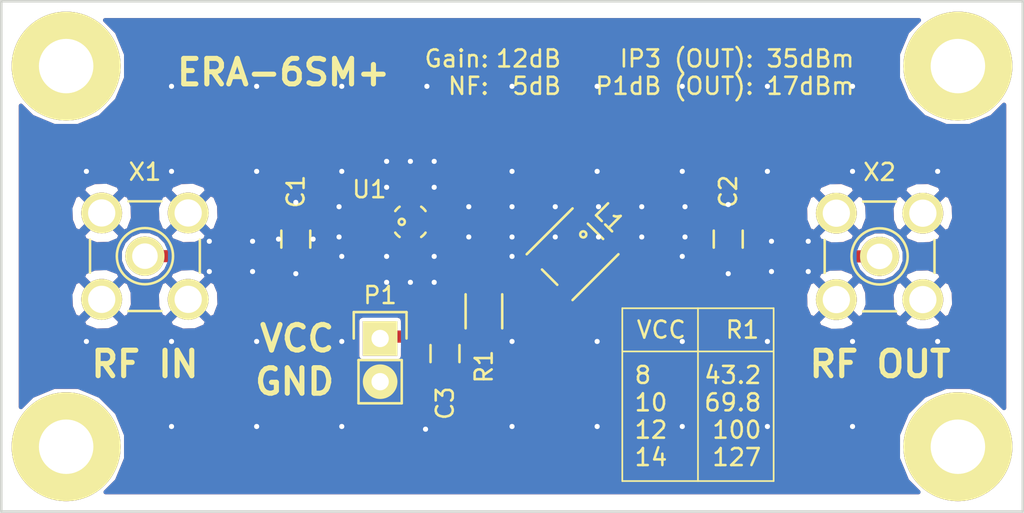
<source format=kicad_pcb>
(kicad_pcb (version 4) (host pcbnew 4.0.2+e4-6225~38~ubuntu15.10.1-stable)

  (general
    (links 98)
    (no_connects 1)
    (area 82.442143 88.535 180.275002 121.315)
    (thickness 1.6)
    (drawings 22)
    (tracks 19)
    (zones 0)
    (modules 92)
    (nets 8)
  )

  (page A4)
  (layers
    (0 F.Cu signal)
    (31 B.Cu signal)
    (32 B.Adhes user)
    (33 F.Adhes user)
    (34 B.Paste user)
    (35 F.Paste user)
    (36 B.SilkS user)
    (37 F.SilkS user)
    (38 B.Mask user)
    (39 F.Mask user)
    (40 Dwgs.User user)
    (41 Cmts.User user)
    (42 Eco1.User user)
    (43 Eco2.User user)
    (44 Edge.Cuts user)
    (45 Margin user)
    (46 B.CrtYd user)
    (47 F.CrtYd user)
    (48 B.Fab user)
    (49 F.Fab user)
  )

  (setup
    (last_trace_width 0.15)
    (trace_clearance 0.15)
    (zone_clearance 0.2)
    (zone_45_only no)
    (trace_min 0.15)
    (segment_width 0.1)
    (edge_width 0.15)
    (via_size 0.4)
    (via_drill 0.3)
    (via_min_size 0.4)
    (via_min_drill 0.3)
    (uvia_size 0.3)
    (uvia_drill 0.1)
    (uvias_allowed no)
    (uvia_min_size 0)
    (uvia_min_drill 0)
    (pcb_text_width 0.3)
    (pcb_text_size 1.5 1.5)
    (mod_edge_width 0.15)
    (mod_text_size 1 1)
    (mod_text_width 0.15)
    (pad_size 3.2 3.2)
    (pad_drill 3.2)
    (pad_to_mask_clearance 0.127)
    (aux_axis_origin 120 105)
    (grid_origin 120 105)
    (visible_elements FFFFFF7F)
    (pcbplotparams
      (layerselection 0x010f0_80000001)
      (usegerberextensions false)
      (excludeedgelayer false)
      (linewidth 0.100000)
      (plotframeref false)
      (viasonmask false)
      (mode 1)
      (useauxorigin false)
      (hpglpennumber 1)
      (hpglpenspeed 20)
      (hpglpendiameter 15)
      (hpglpenoverlay 2)
      (psnegative false)
      (psa4output false)
      (plotreference true)
      (plotvalue false)
      (plotinvisibletext false)
      (padsonsilk false)
      (subtractmaskfromsilk false)
      (outputformat 1)
      (mirror false)
      (drillshape 0)
      (scaleselection 1)
      (outputdirectory ../../../Temp/))
  )

  (net 0 "")
  (net 1 GNDA)
  (net 2 "Net-(C1-Pad1)")
  (net 3 "Net-(C1-Pad2)")
  (net 4 "Net-(C2-Pad1)")
  (net 5 "Net-(C2-Pad2)")
  (net 6 +12V)
  (net 7 "Net-(L1-Pad3)")

  (net_class Default "This is the default net class."
    (clearance 0.15)
    (trace_width 0.15)
    (via_dia 0.4)
    (via_drill 0.3)
    (uvia_dia 0.3)
    (uvia_drill 0.1)
    (add_net GNDA)
  )

  (net_class 50Ohm ""
    (clearance 0.15)
    (trace_width 0.714)
    (via_dia 0.4)
    (via_drill 0.3)
    (uvia_dia 0.3)
    (uvia_drill 0.1)
    (add_net +12V)
    (add_net "Net-(C1-Pad1)")
    (add_net "Net-(C1-Pad2)")
    (add_net "Net-(C2-Pad1)")
    (add_net "Net-(C2-Pad2)")
    (add_net "Net-(L1-Pad3)")
  )

  (module JueVias:VIA-0.3 (layer F.Cu) (tedit 57515DE1) (tstamp 57724F7C)
    (at 114.92 115.16)
    (fp_text reference REF**165 (at 0 -1.27) (layer F.SilkS) hide
      (effects (font (size 1 1) (thickness 0.15)))
    )
    (fp_text value VIA-0.3 (at 0 1.397) (layer F.Fab) hide
      (effects (font (size 1 1) (thickness 0.15)))
    )
    (pad 1 thru_hole circle (at 0 0) (size 0.6 0.6) (drill 0.3) (layers *.Cu)
      (net 1 GNDA))
  )

  (module Capacitors_SMD:C_0805 (layer F.Cu) (tedit 5415D6EA) (tstamp 576176CC)
    (at 116.063 110.715 270)
    (descr "Capacitor SMD 0805, reflow soldering, AVX (see smccp.pdf)")
    (tags "capacitor 0805")
    (path /57616D50)
    (attr smd)
    (fp_text reference C3 (at 2.921 0 270) (layer F.SilkS)
      (effects (font (size 1 1) (thickness 0.15)))
    )
    (fp_text value 100n (at 0 0 270) (layer F.Fab)
      (effects (font (size 1 1) (thickness 0.15)))
    )
    (fp_line (start -1.8 -1) (end 1.8 -1) (layer F.CrtYd) (width 0.05))
    (fp_line (start -1.8 1) (end 1.8 1) (layer F.CrtYd) (width 0.05))
    (fp_line (start -1.8 -1) (end -1.8 1) (layer F.CrtYd) (width 0.05))
    (fp_line (start 1.8 -1) (end 1.8 1) (layer F.CrtYd) (width 0.05))
    (fp_line (start 0.5 -0.85) (end -0.5 -0.85) (layer F.SilkS) (width 0.15))
    (fp_line (start -0.5 0.85) (end 0.5 0.85) (layer F.SilkS) (width 0.15))
    (pad 1 smd rect (at -1 0 270) (size 1 1.25) (layers F.Cu F.Paste F.Mask)
      (net 6 +12V))
    (pad 2 smd rect (at 1 0 270) (size 1 1.25) (layers F.Cu F.Paste F.Mask)
      (net 1 GNDA))
    (model Capacitors_SMD.3dshapes/C_0805.wrl
      (at (xyz 0 0 0))
      (scale (xyz 1 1 1))
      (rotate (xyz 0 0 0))
    )
  )

  (module Pin_Headers:Pin_Header_Straight_1x02 (layer F.Cu) (tedit 54EA090C) (tstamp 576176DA)
    (at 112.253 109.826)
    (descr "Through hole pin header")
    (tags "pin header")
    (path /576181AC)
    (fp_text reference P1 (at 0 -2.54) (layer F.SilkS)
      (effects (font (size 1 1) (thickness 0.15)))
    )
    (fp_text value CONN_01X02 (at 0 4.445) (layer F.Fab)
      (effects (font (size 1 1) (thickness 0.15)))
    )
    (fp_line (start 1.27 1.27) (end 1.27 3.81) (layer F.SilkS) (width 0.15))
    (fp_line (start 1.55 -1.55) (end 1.55 0) (layer F.SilkS) (width 0.15))
    (fp_line (start -1.75 -1.75) (end -1.75 4.3) (layer F.CrtYd) (width 0.05))
    (fp_line (start 1.75 -1.75) (end 1.75 4.3) (layer F.CrtYd) (width 0.05))
    (fp_line (start -1.75 -1.75) (end 1.75 -1.75) (layer F.CrtYd) (width 0.05))
    (fp_line (start -1.75 4.3) (end 1.75 4.3) (layer F.CrtYd) (width 0.05))
    (fp_line (start 1.27 1.27) (end -1.27 1.27) (layer F.SilkS) (width 0.15))
    (fp_line (start -1.55 0) (end -1.55 -1.55) (layer F.SilkS) (width 0.15))
    (fp_line (start -1.55 -1.55) (end 1.55 -1.55) (layer F.SilkS) (width 0.15))
    (fp_line (start -1.27 1.27) (end -1.27 3.81) (layer F.SilkS) (width 0.15))
    (fp_line (start -1.27 3.81) (end 1.27 3.81) (layer F.SilkS) (width 0.15))
    (pad 1 thru_hole rect (at 0 0) (size 2.032 2.032) (drill 1.016) (layers *.Cu *.Mask F.SilkS)
      (net 6 +12V))
    (pad 2 thru_hole oval (at 0 2.54) (size 2.032 2.032) (drill 1.016) (layers *.Cu *.Mask F.SilkS)
      (net 1 GNDA))
    (model Pin_Headers.3dshapes/Pin_Header_Straight_1x02.wrl
      (at (xyz 0 -0.05 0))
      (scale (xyz 1 1 1))
      (rotate (xyz 0 0 90))
    )
  )

  (module JueVias:VIA-0.3 (layer F.Cu) (tedit 57515DE1) (tstamp 57617FA7)
    (at 140 115)
    (fp_text reference REF**1105 (at 0 -1.27) (layer F.SilkS) hide
      (effects (font (size 1 1) (thickness 0.15)))
    )
    (fp_text value VIA-0.3 (at 0 1.397) (layer F.Fab) hide
      (effects (font (size 1 1) (thickness 0.15)))
    )
    (pad 1 thru_hole circle (at 0 0) (size 0.6 0.6) (drill 0.3) (layers *.Cu)
      (net 1 GNDA))
  )

  (module JueVias:VIA-0.3 (layer F.Cu) (tedit 57515DE1) (tstamp 57617FA3)
    (at 135 115)
    (fp_text reference REF**195 (at 0 -1.27) (layer F.SilkS) hide
      (effects (font (size 1 1) (thickness 0.15)))
    )
    (fp_text value VIA-0.3 (at 0 1.397) (layer F.Fab) hide
      (effects (font (size 1 1) (thickness 0.15)))
    )
    (pad 1 thru_hole circle (at 0 0) (size 0.6 0.6) (drill 0.3) (layers *.Cu)
      (net 1 GNDA))
  )

  (module JueVias:VIA-0.3 (layer F.Cu) (tedit 57515DE1) (tstamp 57617F9F)
    (at 130 115)
    (fp_text reference REF**185 (at 0 -1.27) (layer F.SilkS) hide
      (effects (font (size 1 1) (thickness 0.15)))
    )
    (fp_text value VIA-0.3 (at 0 1.397) (layer F.Fab) hide
      (effects (font (size 1 1) (thickness 0.15)))
    )
    (pad 1 thru_hole circle (at 0 0) (size 0.6 0.6) (drill 0.3) (layers *.Cu)
      (net 1 GNDA))
  )

  (module JueVias:VIA-0.3 (layer F.Cu) (tedit 57515DE1) (tstamp 57617F9B)
    (at 125 115)
    (fp_text reference REF**175 (at 0 -1.27) (layer F.SilkS) hide
      (effects (font (size 1 1) (thickness 0.15)))
    )
    (fp_text value VIA-0.3 (at 0 1.397) (layer F.Fab) hide
      (effects (font (size 1 1) (thickness 0.15)))
    )
    (pad 1 thru_hole circle (at 0 0) (size 0.6 0.6) (drill 0.3) (layers *.Cu)
      (net 1 GNDA))
  )

  (module JueVias:VIA-0.3 (layer F.Cu) (tedit 57515DE1) (tstamp 57617F97)
    (at 120 115)
    (fp_text reference REF**165 (at 0 -1.27) (layer F.SilkS) hide
      (effects (font (size 1 1) (thickness 0.15)))
    )
    (fp_text value VIA-0.3 (at 0 1.397) (layer F.Fab) hide
      (effects (font (size 1 1) (thickness 0.15)))
    )
    (pad 1 thru_hole circle (at 0 0) (size 0.6 0.6) (drill 0.3) (layers *.Cu)
      (net 1 GNDA))
  )

  (module JueVias:VIA-0.3 (layer F.Cu) (tedit 57515DE1) (tstamp 57617F8F)
    (at 110 115)
    (fp_text reference REF**145 (at 0 -1.27) (layer F.SilkS) hide
      (effects (font (size 1 1) (thickness 0.15)))
    )
    (fp_text value VIA-0.3 (at 0 1.397) (layer F.Fab) hide
      (effects (font (size 1 1) (thickness 0.15)))
    )
    (pad 1 thru_hole circle (at 0 0) (size 0.6 0.6) (drill 0.3) (layers *.Cu)
      (net 1 GNDA))
  )

  (module JueVias:VIA-0.3 (layer F.Cu) (tedit 57515DE1) (tstamp 57617F8B)
    (at 105 115)
    (fp_text reference REF**135 (at 0 -1.27) (layer F.SilkS) hide
      (effects (font (size 1 1) (thickness 0.15)))
    )
    (fp_text value VIA-0.3 (at 0 1.397) (layer F.Fab) hide
      (effects (font (size 1 1) (thickness 0.15)))
    )
    (pad 1 thru_hole circle (at 0 0) (size 0.6 0.6) (drill 0.3) (layers *.Cu)
      (net 1 GNDA))
  )

  (module JueVias:VIA-0.3 (layer F.Cu) (tedit 57515DE1) (tstamp 57617F87)
    (at 100 115)
    (fp_text reference REF**125 (at 0 -1.27) (layer F.SilkS) hide
      (effects (font (size 1 1) (thickness 0.15)))
    )
    (fp_text value VIA-0.3 (at 0 1.397) (layer F.Fab) hide
      (effects (font (size 1 1) (thickness 0.15)))
    )
    (pad 1 thru_hole circle (at 0 0) (size 0.6 0.6) (drill 0.3) (layers *.Cu)
      (net 1 GNDA))
  )

  (module JueVias:VIA-0.3 (layer F.Cu) (tedit 57515DE1) (tstamp 57617F7F)
    (at 145 110)
    (fp_text reference REF**1114 (at 0 -1.27) (layer F.SilkS) hide
      (effects (font (size 1 1) (thickness 0.15)))
    )
    (fp_text value VIA-0.3 (at 0 1.397) (layer F.Fab) hide
      (effects (font (size 1 1) (thickness 0.15)))
    )
    (pad 1 thru_hole circle (at 0 0) (size 0.6 0.6) (drill 0.3) (layers *.Cu)
      (net 1 GNDA))
  )

  (module JueVias:VIA-0.3 (layer F.Cu) (tedit 57515DE1) (tstamp 57617F7B)
    (at 140 110)
    (fp_text reference REF**1104 (at 0 -1.27) (layer F.SilkS) hide
      (effects (font (size 1 1) (thickness 0.15)))
    )
    (fp_text value VIA-0.3 (at 0 1.397) (layer F.Fab) hide
      (effects (font (size 1 1) (thickness 0.15)))
    )
    (pad 1 thru_hole circle (at 0 0) (size 0.6 0.6) (drill 0.3) (layers *.Cu)
      (net 1 GNDA))
  )

  (module JueVias:VIA-0.3 (layer F.Cu) (tedit 57515DE1) (tstamp 57617F77)
    (at 135 110)
    (fp_text reference REF**194 (at 0 -1.27) (layer F.SilkS) hide
      (effects (font (size 1 1) (thickness 0.15)))
    )
    (fp_text value VIA-0.3 (at 0 1.397) (layer F.Fab) hide
      (effects (font (size 1 1) (thickness 0.15)))
    )
    (pad 1 thru_hole circle (at 0 0) (size 0.6 0.6) (drill 0.3) (layers *.Cu)
      (net 1 GNDA))
  )

  (module JueVias:VIA-0.3 (layer F.Cu) (tedit 57515DE1) (tstamp 57617F73)
    (at 130 110)
    (fp_text reference REF**184 (at 0 -1.27) (layer F.SilkS) hide
      (effects (font (size 1 1) (thickness 0.15)))
    )
    (fp_text value VIA-0.3 (at 0 1.397) (layer F.Fab) hide
      (effects (font (size 1 1) (thickness 0.15)))
    )
    (pad 1 thru_hole circle (at 0 0) (size 0.6 0.6) (drill 0.3) (layers *.Cu)
      (net 1 GNDA))
  )

  (module JueVias:VIA-0.3 (layer F.Cu) (tedit 57515DE1) (tstamp 57617F6F)
    (at 125 110)
    (fp_text reference REF**174 (at 0 -1.27) (layer F.SilkS) hide
      (effects (font (size 1 1) (thickness 0.15)))
    )
    (fp_text value VIA-0.3 (at 0 1.397) (layer F.Fab) hide
      (effects (font (size 1 1) (thickness 0.15)))
    )
    (pad 1 thru_hole circle (at 0 0) (size 0.6 0.6) (drill 0.3) (layers *.Cu)
      (net 1 GNDA))
  )

  (module JueVias:VIA-0.3 (layer F.Cu) (tedit 57515DE1) (tstamp 57617F6B)
    (at 120 110)
    (fp_text reference REF**164 (at 0 -1.27) (layer F.SilkS) hide
      (effects (font (size 1 1) (thickness 0.15)))
    )
    (fp_text value VIA-0.3 (at 0 1.397) (layer F.Fab) hide
      (effects (font (size 1 1) (thickness 0.15)))
    )
    (pad 1 thru_hole circle (at 0 0) (size 0.6 0.6) (drill 0.3) (layers *.Cu)
      (net 1 GNDA))
  )

  (module JueVias:VIA-0.3 (layer F.Cu) (tedit 57515DE1) (tstamp 57617F63)
    (at 110 110)
    (fp_text reference REF**144 (at 0 -1.27) (layer F.SilkS) hide
      (effects (font (size 1 1) (thickness 0.15)))
    )
    (fp_text value VIA-0.3 (at 0 1.397) (layer F.Fab) hide
      (effects (font (size 1 1) (thickness 0.15)))
    )
    (pad 1 thru_hole circle (at 0 0) (size 0.6 0.6) (drill 0.3) (layers *.Cu)
      (net 1 GNDA))
  )

  (module JueVias:VIA-0.3 (layer F.Cu) (tedit 57515DE1) (tstamp 57617F5F)
    (at 105 110)
    (fp_text reference REF**134 (at 0 -1.27) (layer F.SilkS) hide
      (effects (font (size 1 1) (thickness 0.15)))
    )
    (fp_text value VIA-0.3 (at 0 1.397) (layer F.Fab) hide
      (effects (font (size 1 1) (thickness 0.15)))
    )
    (pad 1 thru_hole circle (at 0 0) (size 0.6 0.6) (drill 0.3) (layers *.Cu)
      (net 1 GNDA))
  )

  (module JueVias:VIA-0.3 (layer F.Cu) (tedit 57515DE1) (tstamp 57617F5B)
    (at 100 110)
    (fp_text reference REF**124 (at 0 -1.27) (layer F.SilkS) hide
      (effects (font (size 1 1) (thickness 0.15)))
    )
    (fp_text value VIA-0.3 (at 0 1.397) (layer F.Fab) hide
      (effects (font (size 1 1) (thickness 0.15)))
    )
    (pad 1 thru_hole circle (at 0 0) (size 0.6 0.6) (drill 0.3) (layers *.Cu)
      (net 1 GNDA))
  )

  (module JueVias:VIA-0.3 (layer F.Cu) (tedit 57515DE1) (tstamp 57617F57)
    (at 95 110)
    (fp_text reference REF**114 (at 0 -1.27) (layer F.SilkS) hide
      (effects (font (size 1 1) (thickness 0.15)))
    )
    (fp_text value VIA-0.3 (at 0 1.397) (layer F.Fab) hide
      (effects (font (size 1 1) (thickness 0.15)))
    )
    (pad 1 thru_hole circle (at 0 0) (size 0.6 0.6) (drill 0.3) (layers *.Cu)
      (net 1 GNDA))
  )

  (module JueVias:VIA-0.3 (layer F.Cu) (tedit 57515DE1) (tstamp 57617F47)
    (at 130 105)
    (fp_text reference REF**183 (at 0 -1.27) (layer F.SilkS) hide
      (effects (font (size 1 1) (thickness 0.15)))
    )
    (fp_text value VIA-0.3 (at 0 1.397) (layer F.Fab) hide
      (effects (font (size 1 1) (thickness 0.15)))
    )
    (pad 1 thru_hole circle (at 0 0) (size 0.6 0.6) (drill 0.3) (layers *.Cu)
      (net 1 GNDA))
  )

  (module JueVias:VIA-0.3 (layer F.Cu) (tedit 57515DE1) (tstamp 57617F3F)
    (at 120 105)
    (fp_text reference REF**163 (at 0 -1.27) (layer F.SilkS) hide
      (effects (font (size 1 1) (thickness 0.15)))
    )
    (fp_text value VIA-0.3 (at 0 1.397) (layer F.Fab) hide
      (effects (font (size 1 1) (thickness 0.15)))
    )
    (pad 1 thru_hole circle (at 0 0) (size 0.6 0.6) (drill 0.3) (layers *.Cu)
      (net 1 GNDA))
  )

  (module JueVias:VIA-0.3 (layer F.Cu) (tedit 57515DE1) (tstamp 57617F37)
    (at 110 105)
    (fp_text reference REF**143 (at 0 -1.27) (layer F.SilkS) hide
      (effects (font (size 1 1) (thickness 0.15)))
    )
    (fp_text value VIA-0.3 (at 0 1.397) (layer F.Fab) hide
      (effects (font (size 1 1) (thickness 0.15)))
    )
    (pad 1 thru_hole circle (at 0 0) (size 0.6 0.6) (drill 0.3) (layers *.Cu)
      (net 1 GNDA))
  )

  (module JueVias:VIA-0.3 (layer F.Cu) (tedit 57515DE1) (tstamp 57617F27)
    (at 145 100)
    (fp_text reference REF**1112 (at 0 -1.27) (layer F.SilkS) hide
      (effects (font (size 1 1) (thickness 0.15)))
    )
    (fp_text value VIA-0.3 (at 0 1.397) (layer F.Fab) hide
      (effects (font (size 1 1) (thickness 0.15)))
    )
    (pad 1 thru_hole circle (at 0 0) (size 0.6 0.6) (drill 0.3) (layers *.Cu)
      (net 1 GNDA))
  )

  (module JueVias:VIA-0.3 (layer F.Cu) (tedit 57515DE1) (tstamp 57617F23)
    (at 140 100)
    (fp_text reference REF**1102 (at 0 -1.27) (layer F.SilkS) hide
      (effects (font (size 1 1) (thickness 0.15)))
    )
    (fp_text value VIA-0.3 (at 0 1.397) (layer F.Fab) hide
      (effects (font (size 1 1) (thickness 0.15)))
    )
    (pad 1 thru_hole circle (at 0 0) (size 0.6 0.6) (drill 0.3) (layers *.Cu)
      (net 1 GNDA))
  )

  (module JueVias:VIA-0.3 (layer F.Cu) (tedit 57515DE1) (tstamp 57617F1F)
    (at 135 100)
    (fp_text reference REF**192 (at 0 -1.27) (layer F.SilkS) hide
      (effects (font (size 1 1) (thickness 0.15)))
    )
    (fp_text value VIA-0.3 (at 0 1.397) (layer F.Fab) hide
      (effects (font (size 1 1) (thickness 0.15)))
    )
    (pad 1 thru_hole circle (at 0 0) (size 0.6 0.6) (drill 0.3) (layers *.Cu)
      (net 1 GNDA))
  )

  (module JueVias:VIA-0.3 (layer F.Cu) (tedit 57515DE1) (tstamp 57617F1B)
    (at 130 100)
    (fp_text reference REF**182 (at 0 -1.27) (layer F.SilkS) hide
      (effects (font (size 1 1) (thickness 0.15)))
    )
    (fp_text value VIA-0.3 (at 0 1.397) (layer F.Fab) hide
      (effects (font (size 1 1) (thickness 0.15)))
    )
    (pad 1 thru_hole circle (at 0 0) (size 0.6 0.6) (drill 0.3) (layers *.Cu)
      (net 1 GNDA))
  )

  (module JueVias:VIA-0.3 (layer F.Cu) (tedit 57515DE1) (tstamp 57617F17)
    (at 125 100)
    (fp_text reference REF**172 (at 0 -1.27) (layer F.SilkS) hide
      (effects (font (size 1 1) (thickness 0.15)))
    )
    (fp_text value VIA-0.3 (at 0 1.397) (layer F.Fab) hide
      (effects (font (size 1 1) (thickness 0.15)))
    )
    (pad 1 thru_hole circle (at 0 0) (size 0.6 0.6) (drill 0.3) (layers *.Cu)
      (net 1 GNDA))
  )

  (module JueVias:VIA-0.3 (layer F.Cu) (tedit 57515DE1) (tstamp 57617F13)
    (at 120 100)
    (fp_text reference REF**162 (at 0 -1.27) (layer F.SilkS) hide
      (effects (font (size 1 1) (thickness 0.15)))
    )
    (fp_text value VIA-0.3 (at 0 1.397) (layer F.Fab) hide
      (effects (font (size 1 1) (thickness 0.15)))
    )
    (pad 1 thru_hole circle (at 0 0) (size 0.6 0.6) (drill 0.3) (layers *.Cu)
      (net 1 GNDA))
  )

  (module JueVias:VIA-0.3 (layer F.Cu) (tedit 57515DE1) (tstamp 57617F0B)
    (at 110 100)
    (fp_text reference REF**142 (at 0 -1.27) (layer F.SilkS) hide
      (effects (font (size 1 1) (thickness 0.15)))
    )
    (fp_text value VIA-0.3 (at 0 1.397) (layer F.Fab) hide
      (effects (font (size 1 1) (thickness 0.15)))
    )
    (pad 1 thru_hole circle (at 0 0) (size 0.6 0.6) (drill 0.3) (layers *.Cu)
      (net 1 GNDA))
  )

  (module JueVias:VIA-0.3 (layer F.Cu) (tedit 57515DE1) (tstamp 57617F07)
    (at 105 100)
    (fp_text reference REF**132 (at 0 -1.27) (layer F.SilkS) hide
      (effects (font (size 1 1) (thickness 0.15)))
    )
    (fp_text value VIA-0.3 (at 0 1.397) (layer F.Fab) hide
      (effects (font (size 1 1) (thickness 0.15)))
    )
    (pad 1 thru_hole circle (at 0 0) (size 0.6 0.6) (drill 0.3) (layers *.Cu)
      (net 1 GNDA))
  )

  (module JueVias:VIA-0.3 (layer F.Cu) (tedit 57515DE1) (tstamp 57617F03)
    (at 100 100)
    (fp_text reference REF**122 (at 0 -1.27) (layer F.SilkS) hide
      (effects (font (size 1 1) (thickness 0.15)))
    )
    (fp_text value VIA-0.3 (at 0 1.397) (layer F.Fab) hide
      (effects (font (size 1 1) (thickness 0.15)))
    )
    (pad 1 thru_hole circle (at 0 0) (size 0.6 0.6) (drill 0.3) (layers *.Cu)
      (net 1 GNDA))
  )

  (module JueVias:VIA-0.3 (layer F.Cu) (tedit 57515DE1) (tstamp 57617EFF)
    (at 95 100)
    (fp_text reference REF**112 (at 0 -1.27) (layer F.SilkS) hide
      (effects (font (size 1 1) (thickness 0.15)))
    )
    (fp_text value VIA-0.3 (at 0 1.397) (layer F.Fab) hide
      (effects (font (size 1 1) (thickness 0.15)))
    )
    (pad 1 thru_hole circle (at 0 0) (size 0.6 0.6) (drill 0.3) (layers *.Cu)
      (net 1 GNDA))
  )

  (module JueVias:VIA-0.3 (layer F.Cu) (tedit 57515DE1) (tstamp 57617EF7)
    (at 140 95)
    (fp_text reference REF**1101 (at 0 -1.27) (layer F.SilkS) hide
      (effects (font (size 1 1) (thickness 0.15)))
    )
    (fp_text value VIA-0.3 (at 0 1.397) (layer F.Fab) hide
      (effects (font (size 1 1) (thickness 0.15)))
    )
    (pad 1 thru_hole circle (at 0 0) (size 0.6 0.6) (drill 0.3) (layers *.Cu)
      (net 1 GNDA))
  )

  (module JueVias:VIA-0.3 (layer F.Cu) (tedit 57515DE1) (tstamp 57617EF3)
    (at 135 95)
    (fp_text reference REF**191 (at 0 -1.27) (layer F.SilkS) hide
      (effects (font (size 1 1) (thickness 0.15)))
    )
    (fp_text value VIA-0.3 (at 0 1.397) (layer F.Fab) hide
      (effects (font (size 1 1) (thickness 0.15)))
    )
    (pad 1 thru_hole circle (at 0 0) (size 0.6 0.6) (drill 0.3) (layers *.Cu)
      (net 1 GNDA))
  )

  (module JueVias:VIA-0.3 (layer F.Cu) (tedit 57515DE1) (tstamp 57617EEF)
    (at 130 95)
    (fp_text reference REF**181 (at 0 -1.27) (layer F.SilkS) hide
      (effects (font (size 1 1) (thickness 0.15)))
    )
    (fp_text value VIA-0.3 (at 0 1.397) (layer F.Fab) hide
      (effects (font (size 1 1) (thickness 0.15)))
    )
    (pad 1 thru_hole circle (at 0 0) (size 0.6 0.6) (drill 0.3) (layers *.Cu)
      (net 1 GNDA))
  )

  (module JueVias:VIA-0.3 (layer F.Cu) (tedit 57515DE1) (tstamp 57617EEB)
    (at 125 95)
    (fp_text reference REF**171 (at 0 -1.27) (layer F.SilkS) hide
      (effects (font (size 1 1) (thickness 0.15)))
    )
    (fp_text value VIA-0.3 (at 0 1.397) (layer F.Fab) hide
      (effects (font (size 1 1) (thickness 0.15)))
    )
    (pad 1 thru_hole circle (at 0 0) (size 0.6 0.6) (drill 0.3) (layers *.Cu)
      (net 1 GNDA))
  )

  (module JueVias:VIA-0.3 (layer F.Cu) (tedit 57515DE1) (tstamp 57617EE7)
    (at 120 95)
    (fp_text reference REF**161 (at 0 -1.27) (layer F.SilkS) hide
      (effects (font (size 1 1) (thickness 0.15)))
    )
    (fp_text value VIA-0.3 (at 0 1.397) (layer F.Fab) hide
      (effects (font (size 1 1) (thickness 0.15)))
    )
    (pad 1 thru_hole circle (at 0 0) (size 0.6 0.6) (drill 0.3) (layers *.Cu)
      (net 1 GNDA))
  )

  (module JueVias:VIA-0.3 (layer F.Cu) (tedit 57515DE1) (tstamp 57617EE3)
    (at 115 95)
    (fp_text reference REF**151 (at 0 -1.27) (layer F.SilkS) hide
      (effects (font (size 1 1) (thickness 0.15)))
    )
    (fp_text value VIA-0.3 (at 0 1.397) (layer F.Fab) hide
      (effects (font (size 1 1) (thickness 0.15)))
    )
    (pad 1 thru_hole circle (at 0 0) (size 0.6 0.6) (drill 0.3) (layers *.Cu)
      (net 1 GNDA))
  )

  (module JueVias:VIA-0.3 (layer F.Cu) (tedit 57515DE1) (tstamp 57617EDF)
    (at 110 95)
    (fp_text reference REF**141 (at 0 -1.27) (layer F.SilkS) hide
      (effects (font (size 1 1) (thickness 0.15)))
    )
    (fp_text value VIA-0.3 (at 0 1.397) (layer F.Fab) hide
      (effects (font (size 1 1) (thickness 0.15)))
    )
    (pad 1 thru_hole circle (at 0 0) (size 0.6 0.6) (drill 0.3) (layers *.Cu)
      (net 1 GNDA))
  )

  (module JueVias:VIA-0.3 (layer F.Cu) (tedit 57515DE1) (tstamp 57617EDB)
    (at 105 95)
    (fp_text reference REF**131 (at 0 -1.27) (layer F.SilkS) hide
      (effects (font (size 1 1) (thickness 0.15)))
    )
    (fp_text value VIA-0.3 (at 0 1.397) (layer F.Fab) hide
      (effects (font (size 1 1) (thickness 0.15)))
    )
    (pad 1 thru_hole circle (at 0 0) (size 0.6 0.6) (drill 0.3) (layers *.Cu)
      (net 1 GNDA))
  )

  (module JueVias:VIA-0.3 (layer F.Cu) (tedit 57515DE1) (tstamp 57617ED7)
    (at 100 95)
    (fp_text reference REF**121 (at 0 -1.27) (layer F.SilkS) hide
      (effects (font (size 1 1) (thickness 0.15)))
    )
    (fp_text value VIA-0.3 (at 0 1.397) (layer F.Fab) hide
      (effects (font (size 1 1) (thickness 0.15)))
    )
    (pad 1 thru_hole circle (at 0 0) (size 0.6 0.6) (drill 0.3) (layers *.Cu)
      (net 1 GNDA))
  )

  (module JueVias:VIA-0.3 (layer F.Cu) (tedit 57515DE1) (tstamp 57617A02)
    (at 135.24 105.889 90)
    (fp_text reference REF**11 (at 0 -1.27 90) (layer F.SilkS) hide
      (effects (font (size 1 1) (thickness 0.15)))
    )
    (fp_text value VIA-0.3 (at 0 1.397 90) (layer F.Fab) hide
      (effects (font (size 1 1) (thickness 0.15)))
    )
    (pad 1 thru_hole circle (at 0 0 90) (size 0.6 0.6) (drill 0.3) (layers *.Cu)
      (net 1 GNDA))
  )

  (module JueVias:VIA-0.3 (layer F.Cu) (tedit 57515DE1) (tstamp 576179FE)
    (at 137.399 105.889)
    (fp_text reference REF**11 (at 0 -1.27) (layer F.SilkS) hide
      (effects (font (size 1 1) (thickness 0.15)))
    )
    (fp_text value VIA-0.3 (at 0 1.397) (layer F.Fab) hide
      (effects (font (size 1 1) (thickness 0.15)))
    )
    (pad 1 thru_hole circle (at 0 0) (size 0.6 0.6) (drill 0.3) (layers *.Cu)
      (net 1 GNDA))
  )

  (module JueVias:VIA-0.3 (layer F.Cu) (tedit 57515DE1) (tstamp 576179FA)
    (at 137.399 104.111)
    (fp_text reference REF**11 (at 0 -1.27) (layer F.SilkS) hide
      (effects (font (size 1 1) (thickness 0.15)))
    )
    (fp_text value VIA-0.3 (at 0 1.397) (layer F.Fab) hide
      (effects (font (size 1 1) (thickness 0.15)))
    )
    (pad 1 thru_hole circle (at 0 0) (size 0.6 0.6) (drill 0.3) (layers *.Cu)
      (net 1 GNDA))
  )

  (module JueVias:VIA-0.3 (layer F.Cu) (tedit 57515DE1) (tstamp 576179F6)
    (at 135.24 104.111)
    (fp_text reference REF**11 (at 0 -1.27) (layer F.SilkS) hide
      (effects (font (size 1 1) (thickness 0.15)))
    )
    (fp_text value VIA-0.3 (at 0 1.397) (layer F.Fab) hide
      (effects (font (size 1 1) (thickness 0.15)))
    )
    (pad 1 thru_hole circle (at 0 0) (size 0.6 0.6) (drill 0.3) (layers *.Cu)
      (net 1 GNDA))
  )

  (module JueVias:VIA-0.3 (layer F.Cu) (tedit 57515DE1) (tstamp 576179E8)
    (at 127.62 103.857)
    (fp_text reference REF**11 (at 0 -1.27) (layer F.SilkS) hide
      (effects (font (size 1 1) (thickness 0.15)))
    )
    (fp_text value VIA-0.3 (at 0 1.397) (layer F.Fab) hide
      (effects (font (size 1 1) (thickness 0.15)))
    )
    (pad 1 thru_hole circle (at 0 0) (size 0.6 0.6) (drill 0.3) (layers *.Cu)
      (net 1 GNDA))
  )

  (module JueVias:VIA-0.3 (layer F.Cu) (tedit 57515DE1) (tstamp 576179E4)
    (at 130.16 103.857)
    (fp_text reference REF**11 (at 0 -1.27) (layer F.SilkS) hide
      (effects (font (size 1 1) (thickness 0.15)))
    )
    (fp_text value VIA-0.3 (at 0 1.397) (layer F.Fab) hide
      (effects (font (size 1 1) (thickness 0.15)))
    )
    (pad 1 thru_hole circle (at 0 0) (size 0.6 0.6) (drill 0.3) (layers *.Cu)
      (net 1 GNDA))
  )

  (module JueVias:VIA-0.3 (layer F.Cu) (tedit 57515DE1) (tstamp 576179E0)
    (at 132.7 106.016)
    (fp_text reference REF**11 (at 0 -1.27) (layer F.SilkS) hide
      (effects (font (size 1 1) (thickness 0.15)))
    )
    (fp_text value VIA-0.3 (at 0 1.397) (layer F.Fab) hide
      (effects (font (size 1 1) (thickness 0.15)))
    )
    (pad 1 thru_hole circle (at 0 0) (size 0.6 0.6) (drill 0.3) (layers *.Cu)
      (net 1 GNDA))
  )

  (module JueVias:VIA-0.3 (layer F.Cu) (tedit 57515DE1) (tstamp 576179DC)
    (at 132.7 101.952)
    (fp_text reference REF**11 (at 0 -1.27) (layer F.SilkS) hide
      (effects (font (size 1 1) (thickness 0.15)))
    )
    (fp_text value VIA-0.3 (at 0 1.397) (layer F.Fab) hide
      (effects (font (size 1 1) (thickness 0.15)))
    )
    (pad 1 thru_hole circle (at 0 0) (size 0.6 0.6) (drill 0.3) (layers *.Cu)
      (net 1 GNDA))
  )

  (module JueVias:VIA-0.3 (layer F.Cu) (tedit 57515DE1) (tstamp 576179D8)
    (at 130.16 102.079)
    (fp_text reference REF**11 (at 0 -1.27) (layer F.SilkS) hide
      (effects (font (size 1 1) (thickness 0.15)))
    )
    (fp_text value VIA-0.3 (at 0 1.397) (layer F.Fab) hide
      (effects (font (size 1 1) (thickness 0.15)))
    )
    (pad 1 thru_hole circle (at 0 0) (size 0.6 0.6) (drill 0.3) (layers *.Cu)
      (net 1 GNDA))
  )

  (module JueVias:VIA-0.3 (layer F.Cu) (tedit 57515DE1) (tstamp 576179D4)
    (at 127.62 102.079)
    (fp_text reference REF**11 (at 0 -1.27) (layer F.SilkS) hide
      (effects (font (size 1 1) (thickness 0.15)))
    )
    (fp_text value VIA-0.3 (at 0 1.397) (layer F.Fab) hide
      (effects (font (size 1 1) (thickness 0.15)))
    )
    (pad 1 thru_hole circle (at 0 0) (size 0.6 0.6) (drill 0.3) (layers *.Cu)
      (net 1 GNDA))
  )

  (module JueVias:VIA-0.3 (layer F.Cu) (tedit 57515DE1) (tstamp 576179D0)
    (at 125.08 102.079)
    (fp_text reference REF**11 (at 0 -1.27) (layer F.SilkS) hide
      (effects (font (size 1 1) (thickness 0.15)))
    )
    (fp_text value VIA-0.3 (at 0 1.397) (layer F.Fab) hide
      (effects (font (size 1 1) (thickness 0.15)))
    )
    (pad 1 thru_hole circle (at 0 0) (size 0.6 0.6) (drill 0.3) (layers *.Cu)
      (net 1 GNDA))
  )

  (module JueVias:VIA-0.3 (layer F.Cu) (tedit 57515DE1) (tstamp 576179CC)
    (at 125.08 103.857)
    (fp_text reference REF**11 (at 0 -1.27) (layer F.SilkS) hide
      (effects (font (size 1 1) (thickness 0.15)))
    )
    (fp_text value VIA-0.3 (at 0 1.397) (layer F.Fab) hide
      (effects (font (size 1 1) (thickness 0.15)))
    )
    (pad 1 thru_hole circle (at 0 0) (size 0.6 0.6) (drill 0.3) (layers *.Cu)
      (net 1 GNDA))
  )

  (module JueVias:VIA-0.3 (layer F.Cu) (tedit 57515DE1) (tstamp 576179C8)
    (at 122.54 103.857)
    (fp_text reference REF**11 (at 0 -1.27) (layer F.SilkS) hide
      (effects (font (size 1 1) (thickness 0.15)))
    )
    (fp_text value VIA-0.3 (at 0 1.397) (layer F.Fab) hide
      (effects (font (size 1 1) (thickness 0.15)))
    )
    (pad 1 thru_hole circle (at 0 0) (size 0.6 0.6) (drill 0.3) (layers *.Cu)
      (net 1 GNDA))
  )

  (module JueVias:VIA-0.3 (layer F.Cu) (tedit 57515DE1) (tstamp 576179C4)
    (at 120 103.857)
    (fp_text reference REF**11 (at 0 -1.27) (layer F.SilkS) hide
      (effects (font (size 1 1) (thickness 0.15)))
    )
    (fp_text value VIA-0.3 (at 0 1.397) (layer F.Fab) hide
      (effects (font (size 1 1) (thickness 0.15)))
    )
    (pad 1 thru_hole circle (at 0 0) (size 0.6 0.6) (drill 0.3) (layers *.Cu)
      (net 1 GNDA))
  )

  (module JueVias:VIA-0.3 (layer F.Cu) (tedit 57515DE1) (tstamp 576179C0)
    (at 122.54 102.079)
    (fp_text reference REF**11 (at 0 -1.27) (layer F.SilkS) hide
      (effects (font (size 1 1) (thickness 0.15)))
    )
    (fp_text value VIA-0.3 (at 0 1.397) (layer F.Fab) hide
      (effects (font (size 1 1) (thickness 0.15)))
    )
    (pad 1 thru_hole circle (at 0 0) (size 0.6 0.6) (drill 0.3) (layers *.Cu)
      (net 1 GNDA))
  )

  (module JueVias:VIA-0.3 (layer F.Cu) (tedit 57515DE1) (tstamp 576179B8)
    (at 120 102.079)
    (fp_text reference REF**11 (at 0 -1.27) (layer F.SilkS) hide
      (effects (font (size 1 1) (thickness 0.15)))
    )
    (fp_text value VIA-0.3 (at 0 1.397) (layer F.Fab) hide
      (effects (font (size 1 1) (thickness 0.15)))
    )
    (pad 1 thru_hole circle (at 0 0) (size 0.6 0.6) (drill 0.3) (layers *.Cu)
      (net 1 GNDA))
  )

  (module JueVias:VIA-0.3 (layer F.Cu) (tedit 57515DE1) (tstamp 576179AE)
    (at 117.46 103.857)
    (fp_text reference REF**11 (at 0 -1.27) (layer F.SilkS) hide
      (effects (font (size 1 1) (thickness 0.15)))
    )
    (fp_text value VIA-0.3 (at 0 1.397) (layer F.Fab) hide
      (effects (font (size 1 1) (thickness 0.15)))
    )
    (pad 1 thru_hole circle (at 0 0) (size 0.6 0.6) (drill 0.3) (layers *.Cu)
      (net 1 GNDA))
  )

  (module JueVias:VIA-0.3 (layer F.Cu) (tedit 57515DE1) (tstamp 576179AA)
    (at 117.46 102.079)
    (fp_text reference REF**11 (at 0 -1.27) (layer F.SilkS) hide
      (effects (font (size 1 1) (thickness 0.15)))
    )
    (fp_text value VIA-0.3 (at 0 1.397) (layer F.Fab) hide
      (effects (font (size 1 1) (thickness 0.15)))
    )
    (pad 1 thru_hole circle (at 0 0) (size 0.6 0.6) (drill 0.3) (layers *.Cu)
      (net 1 GNDA))
  )

  (module JueVias:VIA-0.3 (layer F.Cu) (tedit 57515DE1) (tstamp 576179A5)
    (at 109.84 103.857)
    (fp_text reference REF**11 (at 0 -1.27) (layer F.SilkS) hide
      (effects (font (size 1 1) (thickness 0.15)))
    )
    (fp_text value VIA-0.3 (at 0 1.397) (layer F.Fab) hide
      (effects (font (size 1 1) (thickness 0.15)))
    )
    (pad 1 thru_hole circle (at 0 0) (size 0.6 0.6) (drill 0.3) (layers *.Cu)
      (net 1 GNDA))
  )

  (module JueVias:VIA-0.3 (layer F.Cu) (tedit 57515DE1) (tstamp 576179A1)
    (at 109.84 102.079)
    (fp_text reference REF**11 (at 0 -1.27) (layer F.SilkS) hide
      (effects (font (size 1 1) (thickness 0.15)))
    )
    (fp_text value VIA-0.3 (at 0 1.397) (layer F.Fab) hide
      (effects (font (size 1 1) (thickness 0.15)))
    )
    (pad 1 thru_hole circle (at 0 0) (size 0.6 0.6) (drill 0.3) (layers *.Cu)
      (net 1 GNDA))
  )

  (module JueVias:VIA-0.3 (layer F.Cu) (tedit 57515DE1) (tstamp 5761799C)
    (at 108.316 103.984)
    (fp_text reference REF**11 (at 0 -1.27) (layer F.SilkS) hide
      (effects (font (size 1 1) (thickness 0.15)))
    )
    (fp_text value VIA-0.3 (at 0 1.397) (layer F.Fab) hide
      (effects (font (size 1 1) (thickness 0.15)))
    )
    (pad 1 thru_hole circle (at 0 0) (size 0.6 0.6) (drill 0.3) (layers *.Cu)
      (net 1 GNDA))
  )

  (module JueVias:VIA-0.3 (layer F.Cu) (tedit 57515DE1) (tstamp 57617997)
    (at 107.3 101.825)
    (fp_text reference REF**11 (at 0 -1.27) (layer F.SilkS) hide
      (effects (font (size 1 1) (thickness 0.15)))
    )
    (fp_text value VIA-0.3 (at 0 1.397) (layer F.Fab) hide
      (effects (font (size 1 1) (thickness 0.15)))
    )
    (pad 1 thru_hole circle (at 0 0) (size 0.6 0.6) (drill 0.3) (layers *.Cu)
      (net 1 GNDA))
  )

  (module JueVias:VIA-0.3 (layer F.Cu) (tedit 57515DE1) (tstamp 57617993)
    (at 106.284 103.984)
    (fp_text reference REF**11 (at 0 -1.27) (layer F.SilkS) hide
      (effects (font (size 1 1) (thickness 0.15)))
    )
    (fp_text value VIA-0.3 (at 0 1.397) (layer F.Fab) hide
      (effects (font (size 1 1) (thickness 0.15)))
    )
    (pad 1 thru_hole circle (at 0 0) (size 0.6 0.6) (drill 0.3) (layers *.Cu)
      (net 1 GNDA))
  )

  (module JueVias:VIA-0.3 (layer F.Cu) (tedit 57515DE1) (tstamp 5761798F)
    (at 107.3 106.016)
    (fp_text reference REF**11 (at 0 -1.27) (layer F.SilkS) hide
      (effects (font (size 1 1) (thickness 0.15)))
    )
    (fp_text value VIA-0.3 (at 0 1.397) (layer F.Fab) hide
      (effects (font (size 1 1) (thickness 0.15)))
    )
    (pad 1 thru_hole circle (at 0 0) (size 0.6 0.6) (drill 0.3) (layers *.Cu)
      (net 1 GNDA))
  )

  (module JueVias:VIA-0.3 (layer F.Cu) (tedit 57515DE1) (tstamp 5761798B)
    (at 104.76 105.889)
    (fp_text reference REF**11 (at 0 -1.27) (layer F.SilkS) hide
      (effects (font (size 1 1) (thickness 0.15)))
    )
    (fp_text value VIA-0.3 (at 0 1.397) (layer F.Fab) hide
      (effects (font (size 1 1) (thickness 0.15)))
    )
    (pad 1 thru_hole circle (at 0 0) (size 0.6 0.6) (drill 0.3) (layers *.Cu)
      (net 1 GNDA))
  )

  (module JueVias:VIA-0.3 (layer F.Cu) (tedit 57515DE1) (tstamp 57617985)
    (at 104.76 104.111)
    (fp_text reference REF**11 (at 0 -1.27) (layer F.SilkS) hide
      (effects (font (size 1 1) (thickness 0.15)))
    )
    (fp_text value VIA-0.3 (at 0 1.397) (layer F.Fab) hide
      (effects (font (size 1 1) (thickness 0.15)))
    )
    (pad 1 thru_hole circle (at 0 0) (size 0.6 0.6) (drill 0.3) (layers *.Cu)
      (net 1 GNDA))
  )

  (module JueVias:VIA-0.3 (layer F.Cu) (tedit 57515DE1) (tstamp 57617980)
    (at 112.634 106.524 180)
    (fp_text reference REF**11 (at 0 -1.27 180) (layer F.SilkS) hide
      (effects (font (size 1 1) (thickness 0.15)))
    )
    (fp_text value VIA-0.3 (at 0 1.397 180) (layer F.Fab) hide
      (effects (font (size 1 1) (thickness 0.15)))
    )
    (pad 1 thru_hole circle (at 0 0 180) (size 0.6 0.6) (drill 0.3) (layers *.Cu)
      (net 1 GNDA))
  )

  (module JueVias:VIA-0.3 (layer F.Cu) (tedit 57515DE1) (tstamp 5761797C)
    (at 112.634 105 180)
    (fp_text reference REF**11 (at 0 -1.27 180) (layer F.SilkS) hide
      (effects (font (size 1 1) (thickness 0.15)))
    )
    (fp_text value VIA-0.3 (at 0 1.397 180) (layer F.Fab) hide
      (effects (font (size 1 1) (thickness 0.15)))
    )
    (pad 1 thru_hole circle (at 0 0 180) (size 0.6 0.6) (drill 0.3) (layers *.Cu)
      (net 1 GNDA))
  )

  (module JueVias:VIA-0.3 (layer F.Cu) (tedit 57515DE1) (tstamp 57617978)
    (at 115.428 105 180)
    (fp_text reference REF**11 (at 0 -1.27 180) (layer F.SilkS) hide
      (effects (font (size 1 1) (thickness 0.15)))
    )
    (fp_text value VIA-0.3 (at 0 1.397 180) (layer F.Fab) hide
      (effects (font (size 1 1) (thickness 0.15)))
    )
    (pad 1 thru_hole circle (at 0 0 180) (size 0.6 0.6) (drill 0.3) (layers *.Cu)
      (net 1 GNDA))
  )

  (module JueVias:VIA-0.3 (layer F.Cu) (tedit 57515DE1) (tstamp 57617974)
    (at 115.428 106.524 180)
    (fp_text reference REF**11 (at 0 -1.27 180) (layer F.SilkS) hide
      (effects (font (size 1 1) (thickness 0.15)))
    )
    (fp_text value VIA-0.3 (at 0 1.397 180) (layer F.Fab) hide
      (effects (font (size 1 1) (thickness 0.15)))
    )
    (pad 1 thru_hole circle (at 0 0 180) (size 0.6 0.6) (drill 0.3) (layers *.Cu)
      (net 1 GNDA))
  )

  (module JueVias:VIA-0.3 (layer F.Cu) (tedit 57515DE1) (tstamp 57617970)
    (at 114.031 106.524 180)
    (fp_text reference REF**11 (at 0 -1.27 180) (layer F.SilkS) hide
      (effects (font (size 1 1) (thickness 0.15)))
    )
    (fp_text value VIA-0.3 (at 0 1.397 180) (layer F.Fab) hide
      (effects (font (size 1 1) (thickness 0.15)))
    )
    (pad 1 thru_hole circle (at 0 0 180) (size 0.6 0.6) (drill 0.3) (layers *.Cu)
      (net 1 GNDA))
  )

  (module JueVias:VIA-0.3 (layer F.Cu) (tedit 57515DE1) (tstamp 57617966)
    (at 115.428 99.412)
    (fp_text reference REF**11 (at 0 -1.27) (layer F.SilkS) hide
      (effects (font (size 1 1) (thickness 0.15)))
    )
    (fp_text value VIA-0.3 (at 0 1.397) (layer F.Fab) hide
      (effects (font (size 1 1) (thickness 0.15)))
    )
    (pad 1 thru_hole circle (at 0 0) (size 0.6 0.6) (drill 0.3) (layers *.Cu)
      (net 1 GNDA))
  )

  (module JueVias:VIA-0.3 (layer F.Cu) (tedit 57515DE1) (tstamp 57617962)
    (at 115.428 100.936)
    (fp_text reference REF**11 (at 0 -1.27) (layer F.SilkS) hide
      (effects (font (size 1 1) (thickness 0.15)))
    )
    (fp_text value VIA-0.3 (at 0 1.397) (layer F.Fab) hide
      (effects (font (size 1 1) (thickness 0.15)))
    )
    (pad 1 thru_hole circle (at 0 0) (size 0.6 0.6) (drill 0.3) (layers *.Cu)
      (net 1 GNDA))
  )

  (module JueVias:VIA-0.3 (layer F.Cu) (tedit 57515DE1) (tstamp 5761795E)
    (at 112.634 100.936)
    (fp_text reference REF**11 (at 0 -1.27) (layer F.SilkS) hide
      (effects (font (size 1 1) (thickness 0.15)))
    )
    (fp_text value VIA-0.3 (at 0 1.397) (layer F.Fab) hide
      (effects (font (size 1 1) (thickness 0.15)))
    )
    (pad 1 thru_hole circle (at 0 0) (size 0.6 0.6) (drill 0.3) (layers *.Cu)
      (net 1 GNDA))
  )

  (module JueVias:VIA-0.3 (layer F.Cu) (tedit 57515DE1) (tstamp 57617959)
    (at 112.634 99.412)
    (fp_text reference REF**11 (at 0 -1.27) (layer F.SilkS) hide
      (effects (font (size 1 1) (thickness 0.15)))
    )
    (fp_text value VIA-0.3 (at 0 1.397) (layer F.Fab) hide
      (effects (font (size 1 1) (thickness 0.15)))
    )
    (pad 1 thru_hole circle (at 0 0) (size 0.6 0.6) (drill 0.3) (layers *.Cu)
      (net 1 GNDA))
  )

  (module JueVias:VIA-0.3 (layer F.Cu) (tedit 57515DE1) (tstamp 57617950)
    (at 114.031 99.412)
    (fp_text reference REF**11 (at 0 -1.27) (layer F.SilkS) hide
      (effects (font (size 1 1) (thickness 0.15)))
    )
    (fp_text value VIA-0.3 (at 0 1.397) (layer F.Fab) hide
      (effects (font (size 1 1) (thickness 0.15)))
    )
    (pad 1 thru_hole circle (at 0 0) (size 0.6 0.6) (drill 0.3) (layers *.Cu)
      (net 1 GNDA))
  )

  (module JueVias:VIA-0.3 (layer F.Cu) (tedit 57515DE1) (tstamp 575EBF74)
    (at 102.22 104.111)
    (fp_text reference REF**11 (at 0 -1.27) (layer F.SilkS) hide
      (effects (font (size 1 1) (thickness 0.15)))
    )
    (fp_text value VIA-0.3 (at 0 1.397) (layer F.Fab) hide
      (effects (font (size 1 1) (thickness 0.15)))
    )
    (pad 1 thru_hole circle (at 0 0) (size 0.6 0.6) (drill 0.3) (layers *.Cu)
      (net 1 GNDA))
  )

  (module JueVias:VIA-0.3 (layer F.Cu) (tedit 57515DE1) (tstamp 575EBF4D)
    (at 102.22 105.889)
    (fp_text reference REF**11 (at 0 -1.27) (layer F.SilkS) hide
      (effects (font (size 1 1) (thickness 0.15)))
    )
    (fp_text value VIA-0.3 (at 0 1.397) (layer F.Fab) hide
      (effects (font (size 1 1) (thickness 0.15)))
    )
    (pad 1 thru_hole circle (at 0 0) (size 0.6 0.6) (drill 0.3) (layers *.Cu)
      (net 1 GNDA))
  )

  (module Mounting_Holes:MountingHole_3.2mm_M3_Pad (layer F.Cu) (tedit 57517D54) (tstamp 57517E00)
    (at 93.81 93.81)
    (descr "Mounting Hole 3.2mm, M3")
    (tags "mounting hole 3.2mm m3")
    (fp_text reference REF** (at 0 -4.2) (layer F.SilkS) hide
      (effects (font (size 1 1) (thickness 0.15)))
    )
    (fp_text value MountingHole_3.2mm_M3_Pad (at 0 4.2) (layer F.Fab) hide
      (effects (font (size 1 1) (thickness 0.15)))
    )
    (fp_circle (center 0 0) (end 3.2 0) (layer Cmts.User) (width 0.15))
    (fp_circle (center 0 0) (end 3.45 0) (layer F.CrtYd) (width 0.05))
    (pad 1 thru_hole circle (at 0 0) (size 6.4 6.4) (drill 3.2) (layers *.Cu *.Mask F.SilkS))
  )

  (module Mounting_Holes:MountingHole_3.2mm_M3_Pad (layer F.Cu) (tedit 57517D54) (tstamp 57517DC8)
    (at 93.81 116.19)
    (descr "Mounting Hole 3.2mm, M3")
    (tags "mounting hole 3.2mm m3")
    (fp_text reference REF** (at 0 -4.2) (layer F.SilkS) hide
      (effects (font (size 1 1) (thickness 0.15)))
    )
    (fp_text value MountingHole_3.2mm_M3_Pad (at 0 4.2) (layer F.Fab) hide
      (effects (font (size 1 1) (thickness 0.15)))
    )
    (fp_circle (center 0 0) (end 3.2 0) (layer Cmts.User) (width 0.15))
    (fp_circle (center 0 0) (end 3.45 0) (layer F.CrtYd) (width 0.05))
    (pad 1 thru_hole circle (at 0 0) (size 6.4 6.4) (drill 3.2) (layers *.Cu *.Mask F.SilkS))
  )

  (module Mounting_Holes:MountingHole_3.2mm_M3_Pad (layer F.Cu) (tedit 57517D54) (tstamp 57517DB1)
    (at 146.19 116.19)
    (descr "Mounting Hole 3.2mm, M3")
    (tags "mounting hole 3.2mm m3")
    (fp_text reference REF** (at 0 -4.2) (layer F.SilkS) hide
      (effects (font (size 1 1) (thickness 0.15)))
    )
    (fp_text value MountingHole_3.2mm_M3_Pad (at 0 4.2) (layer F.Fab) hide
      (effects (font (size 1 1) (thickness 0.15)))
    )
    (fp_circle (center 0 0) (end 3.2 0) (layer Cmts.User) (width 0.15))
    (fp_circle (center 0 0) (end 3.45 0) (layer F.CrtYd) (width 0.05))
    (pad 1 thru_hole circle (at 0 0) (size 6.4 6.4) (drill 3.2) (layers *.Cu *.Mask F.SilkS))
  )

  (module Mounting_Holes:MountingHole_3.2mm_M3_Pad (layer F.Cu) (tedit 57517D54) (tstamp 57517D11)
    (at 146.19 93.81)
    (descr "Mounting Hole 3.2mm, M3")
    (tags "mounting hole 3.2mm m3")
    (fp_text reference REF** (at 0 -4.2) (layer F.SilkS) hide
      (effects (font (size 1 1) (thickness 0.15)))
    )
    (fp_text value MountingHole_3.2mm_M3_Pad (at 0 4.2) (layer F.Fab) hide
      (effects (font (size 1 1) (thickness 0.15)))
    )
    (fp_circle (center 0 0) (end 3.2 0) (layer Cmts.User) (width 0.15))
    (fp_circle (center 0 0) (end 3.45 0) (layer F.CrtYd) (width 0.05))
    (pad 1 thru_hole circle (at 0 0) (size 6.4 6.4) (drill 3.2) (layers *.Cu *.Mask F.SilkS))
  )

  (module JueConnectors:SMA-F-THT (layer F.Cu) (tedit 575EBBCE) (tstamp 57518A89)
    (at 141.59 105)
    (path /576174BF)
    (fp_text reference X2 (at 0 -4.953) (layer F.SilkS)
      (effects (font (size 1 1) (thickness 0.15)))
    )
    (fp_text value SMA-F (at 0 5.08) (layer F.Fab)
      (effects (font (size 1 1) (thickness 0.15)))
    )
    (fp_circle (center 0 0) (end 1.651 0) (layer F.SilkS) (width 0.15))
    (fp_line (start 4.1925 4.1925) (end 4.1925 -4.1925) (layer F.CrtYd) (width 0.05))
    (fp_line (start -4.1925 4.1925) (end 4.1925 4.1925) (layer F.CrtYd) (width 0.05))
    (fp_line (start -4.1925 -4.1925) (end -4.1925 4.1925) (layer F.CrtYd) (width 0.05))
    (fp_line (start 4.1925 -4.1925) (end -4.1925 -4.1925) (layer F.CrtYd) (width 0.05))
    (fp_line (start -0.9675 -3.225) (end 0.9675 -3.225) (layer F.SilkS) (width 0.15))
    (fp_line (start 3.225 -0.9675) (end 3.225 0.9675) (layer F.SilkS) (width 0.15))
    (fp_line (start -0.9675 3.225) (end 0.9675 3.225) (layer F.SilkS) (width 0.15))
    (fp_line (start -3.225 -0.9675) (end -3.225 0.9675) (layer F.SilkS) (width 0.15))
    (pad GND thru_hole circle (at -2.54 -2.54) (size 2.4 2.4) (drill 1.6) (layers *.Cu *.Mask F.SilkS)
      (net 1 GNDA) (zone_connect 1))
    (pad GND thru_hole circle (at 2.54 -2.54) (size 2.4 2.4) (drill 1.6) (layers *.Cu *.Mask F.SilkS)
      (net 1 GNDA) (zone_connect 1))
    (pad GND thru_hole circle (at -2.54 2.54) (size 2.4 2.4) (drill 1.6) (layers *.Cu *.Mask F.SilkS)
      (net 1 GNDA) (zone_connect 1))
    (pad GND thru_hole circle (at 2.54 2.54) (size 2.4 2.4) (drill 1.6) (layers *.Cu *.Mask F.SilkS)
      (net 1 GNDA) (zone_connect 1))
    (pad HF thru_hole circle (at 0 0) (size 2.3 2.3) (drill 1.5) (layers *.Cu *.Mask F.SilkS)
      (net 4 "Net-(C2-Pad1)") (zone_connect 1))
  )

  (module JueConnectors:SMA-F-THT (layer F.Cu) (tedit 575EBBCE) (tstamp 57518A77)
    (at 98.438 104.986)
    (path /57616850)
    (fp_text reference X1 (at 0 -4.953) (layer F.SilkS)
      (effects (font (size 1 1) (thickness 0.15)))
    )
    (fp_text value SMA-F (at 0 5.08) (layer F.Fab)
      (effects (font (size 1 1) (thickness 0.15)))
    )
    (fp_circle (center 0 0) (end 1.651 0) (layer F.SilkS) (width 0.15))
    (fp_line (start 4.1925 4.1925) (end 4.1925 -4.1925) (layer F.CrtYd) (width 0.05))
    (fp_line (start -4.1925 4.1925) (end 4.1925 4.1925) (layer F.CrtYd) (width 0.05))
    (fp_line (start -4.1925 -4.1925) (end -4.1925 4.1925) (layer F.CrtYd) (width 0.05))
    (fp_line (start 4.1925 -4.1925) (end -4.1925 -4.1925) (layer F.CrtYd) (width 0.05))
    (fp_line (start -0.9675 -3.225) (end 0.9675 -3.225) (layer F.SilkS) (width 0.15))
    (fp_line (start 3.225 -0.9675) (end 3.225 0.9675) (layer F.SilkS) (width 0.15))
    (fp_line (start -0.9675 3.225) (end 0.9675 3.225) (layer F.SilkS) (width 0.15))
    (fp_line (start -3.225 -0.9675) (end -3.225 0.9675) (layer F.SilkS) (width 0.15))
    (pad GND thru_hole circle (at -2.54 -2.54) (size 2.4 2.4) (drill 1.6) (layers *.Cu *.Mask F.SilkS)
      (net 1 GNDA) (zone_connect 1))
    (pad GND thru_hole circle (at 2.54 -2.54) (size 2.4 2.4) (drill 1.6) (layers *.Cu *.Mask F.SilkS)
      (net 1 GNDA) (zone_connect 1))
    (pad GND thru_hole circle (at -2.54 2.54) (size 2.4 2.4) (drill 1.6) (layers *.Cu *.Mask F.SilkS)
      (net 1 GNDA) (zone_connect 1))
    (pad GND thru_hole circle (at 2.54 2.54) (size 2.4 2.4) (drill 1.6) (layers *.Cu *.Mask F.SilkS)
      (net 1 GNDA) (zone_connect 1))
    (pad HF thru_hole circle (at 0 0) (size 2.3 2.3) (drill 1.5) (layers *.Cu *.Mask F.SilkS)
      (net 3 "Net-(C1-Pad2)") (zone_connect 1))
  )

  (module Capacitors_SMD:C_0805 (layer F.Cu) (tedit 5415D6EA) (tstamp 576176C0)
    (at 107.3 103.984 270)
    (descr "Capacitor SMD 0805, reflow soldering, AVX (see smccp.pdf)")
    (tags "capacitor 0805")
    (path /57616784)
    (attr smd)
    (fp_text reference C1 (at -2.794 0 270) (layer F.SilkS)
      (effects (font (size 1 1) (thickness 0.15)))
    )
    (fp_text value 2n4 (at 0 0 270) (layer F.Fab)
      (effects (font (size 1 1) (thickness 0.15)))
    )
    (fp_line (start -1.8 -1) (end 1.8 -1) (layer F.CrtYd) (width 0.05))
    (fp_line (start -1.8 1) (end 1.8 1) (layer F.CrtYd) (width 0.05))
    (fp_line (start -1.8 -1) (end -1.8 1) (layer F.CrtYd) (width 0.05))
    (fp_line (start 1.8 -1) (end 1.8 1) (layer F.CrtYd) (width 0.05))
    (fp_line (start 0.5 -0.85) (end -0.5 -0.85) (layer F.SilkS) (width 0.15))
    (fp_line (start -0.5 0.85) (end 0.5 0.85) (layer F.SilkS) (width 0.15))
    (pad 1 smd rect (at -1 0 270) (size 1 1.25) (layers F.Cu F.Paste F.Mask)
      (net 2 "Net-(C1-Pad1)"))
    (pad 2 smd rect (at 1 0 270) (size 1 1.25) (layers F.Cu F.Paste F.Mask)
      (net 3 "Net-(C1-Pad2)"))
    (model Capacitors_SMD.3dshapes/C_0805.wrl
      (at (xyz 0 0 0))
      (scale (xyz 1 1 1))
      (rotate (xyz 0 0 0))
    )
  )

  (module Capacitors_SMD:C_0805 (layer F.Cu) (tedit 5415D6EA) (tstamp 576176C6)
    (at 132.7 103.984 90)
    (descr "Capacitor SMD 0805, reflow soldering, AVX (see smccp.pdf)")
    (tags "capacitor 0805")
    (path /5761734C)
    (attr smd)
    (fp_text reference C2 (at 2.794 0 90) (layer F.SilkS)
      (effects (font (size 1 1) (thickness 0.15)))
    )
    (fp_text value 2n4 (at 0 0 90) (layer F.Fab)
      (effects (font (size 1 1) (thickness 0.15)))
    )
    (fp_line (start -1.8 -1) (end 1.8 -1) (layer F.CrtYd) (width 0.05))
    (fp_line (start -1.8 1) (end 1.8 1) (layer F.CrtYd) (width 0.05))
    (fp_line (start -1.8 -1) (end -1.8 1) (layer F.CrtYd) (width 0.05))
    (fp_line (start 1.8 -1) (end 1.8 1) (layer F.CrtYd) (width 0.05))
    (fp_line (start 0.5 -0.85) (end -0.5 -0.85) (layer F.SilkS) (width 0.15))
    (fp_line (start -0.5 0.85) (end 0.5 0.85) (layer F.SilkS) (width 0.15))
    (pad 1 smd rect (at -1 0 90) (size 1 1.25) (layers F.Cu F.Paste F.Mask)
      (net 4 "Net-(C2-Pad1)"))
    (pad 2 smd rect (at 1 0 90) (size 1 1.25) (layers F.Cu F.Paste F.Mask)
      (net 5 "Net-(C2-Pad2)"))
    (model Capacitors_SMD.3dshapes/C_0805.wrl
      (at (xyz 0 0 0))
      (scale (xyz 1 1 1))
      (rotate (xyz 0 0 0))
    )
  )

  (module Resistors_SMD:R_1206 (layer F.Cu) (tedit 5763CB29) (tstamp 576176E0)
    (at 118.349 108.228 90)
    (descr "Resistor SMD 1206, reflow soldering, Vishay (see dcrcw.pdf)")
    (tags "resistor 1206")
    (path /57616B72)
    (attr smd)
    (fp_text reference R1 (at -3.249 0 90) (layer F.SilkS)
      (effects (font (size 1 1) (thickness 0.15)))
    )
    (fp_text value "69,8 / 0.5W" (at 0 0 90) (layer F.Fab)
      (effects (font (size 1 1) (thickness 0.15)))
    )
    (fp_line (start -2.2 -1.2) (end 2.2 -1.2) (layer F.CrtYd) (width 0.05))
    (fp_line (start -2.2 1.2) (end 2.2 1.2) (layer F.CrtYd) (width 0.05))
    (fp_line (start -2.2 -1.2) (end -2.2 1.2) (layer F.CrtYd) (width 0.05))
    (fp_line (start 2.2 -1.2) (end 2.2 1.2) (layer F.CrtYd) (width 0.05))
    (fp_line (start 1 1.075) (end -1 1.075) (layer F.SilkS) (width 0.15))
    (fp_line (start -1 -1.075) (end 1 -1.075) (layer F.SilkS) (width 0.15))
    (pad 1 smd rect (at -1.45 0 90) (size 0.9 1.7) (layers F.Cu F.Paste F.Mask)
      (net 6 +12V))
    (pad 2 smd rect (at 1.45 0 90) (size 0.9 1.7) (layers F.Cu F.Paste F.Mask)
      (net 7 "Net-(L1-Pad3)"))
    (model Resistors_SMD.3dshapes/R_1206.wrl
      (at (xyz 0 0 0))
      (scale (xyz 1 1 1))
      (rotate (xyz 0 0 0))
    )
  )

  (module MiniCircuits:WW107 (layer F.Cu) (tedit 574C37E7) (tstamp 576176E8)
    (at 114.031 102.968 270)
    (path /576166B7)
    (fp_text reference U1 (at -1.905 2.413 360) (layer F.SilkS)
      (effects (font (size 1 1) (thickness 0.15)))
    )
    (fp_text value ERA-6+ (at 0 0 360) (layer F.Fab)
      (effects (font (size 1 1) (thickness 0.15)))
    )
    (fp_line (start -3.175 -1.016) (end -1.016 -1.016) (layer F.CrtYd) (width 0.05))
    (fp_line (start -3.175 1.016) (end -3.175 -1.016) (layer F.CrtYd) (width 0.05))
    (fp_line (start -1.016 1.016) (end -3.175 1.016) (layer F.CrtYd) (width 0.05))
    (fp_line (start -1.016 3.175) (end -1.016 1.016) (layer F.CrtYd) (width 0.05))
    (fp_line (start 1.016 3.175) (end -1.016 3.175) (layer F.CrtYd) (width 0.05))
    (fp_line (start 1.016 1.016) (end 1.016 3.175) (layer F.CrtYd) (width 0.05))
    (fp_line (start 3.175 1.016) (end 1.016 1.016) (layer F.CrtYd) (width 0.05))
    (fp_line (start 3.175 -1.016) (end 3.175 1.016) (layer F.CrtYd) (width 0.05))
    (fp_line (start 1.016 -1.016) (end 3.175 -1.016) (layer F.CrtYd) (width 0.05))
    (fp_line (start 1.016 -3.175) (end 1.016 -1.016) (layer F.CrtYd) (width 0.05))
    (fp_line (start 1.016 -3.175) (end -1.016 -3.175) (layer F.CrtYd) (width 0.05))
    (fp_line (start -1.016 -3.175) (end -1.016 -1.016) (layer F.CrtYd) (width 0.05))
    (fp_arc (start 0 0) (end -0.889 -0.635) (angle 18.92464442) (layer F.SilkS) (width 0.15))
    (fp_arc (start 0 0) (end -0.635 0.889) (angle 18.92471758) (layer F.SilkS) (width 0.15))
    (fp_arc (start 0 0) (end 0.889 0.635) (angle 18.92471758) (layer F.SilkS) (width 0.15))
    (fp_arc (start 0 0) (end 0.635 -0.889) (angle 18.92464442) (layer F.SilkS) (width 0.15))
    (fp_circle (center 0 0.508) (end 0.127 0.635) (layer F.SilkS) (width 0.15))
    (pad 1 smd rect (at 0 2.0701 270) (size 1.016 1.8288) (layers F.Cu F.Paste F.Mask)
      (net 2 "Net-(C1-Pad1)"))
    (pad 2 smd rect (at 2.0701 0 270) (size 1.8288 1.016) (layers F.Cu F.Paste F.Mask)
      (net 1 GNDA))
    (pad 3 smd rect (at 0 -2.0701 270) (size 1.016 1.8288) (layers F.Cu F.Paste F.Mask)
      (net 5 "Net-(C2-Pad2)"))
    (pad 4 smd rect (at -2.0701 0 270) (size 1.8288 1.016) (layers F.Cu F.Paste F.Mask)
      (net 1 GNDA))
  )

  (module MiniCircuits:GU1604 (layer F.Cu) (tedit 575EDABD) (tstamp 576176D4)
    (at 123.556 104.873 315)
    (path /57616A69)
    (fp_text reference L1 (at 0 -3.048 315) (layer F.SilkS)
      (effects (font (size 1 1) (thickness 0.15)))
    )
    (fp_text value TCCH-80+ (at 0 3.175 315) (layer F.Fab)
      (effects (font (size 1 1) (thickness 0.15)))
    )
    (fp_line (start 2.032 -2.286) (end -2.032 -2.286) (layer F.CrtYd) (width 0.05))
    (fp_line (start 2.032 2.286) (end 2.032 -2.286) (layer F.CrtYd) (width 0.05))
    (fp_line (start -2.032 2.286) (end 2.032 2.286) (layer F.CrtYd) (width 0.05))
    (fp_line (start -2.032 -2.286) (end -2.032 2.286) (layer F.CrtYd) (width 0.05))
    (fp_circle (center -0.381 -1.27) (end -0.254 -1.397) (layer F.SilkS) (width 0.15))
    (fp_line (start -0.635 1.905) (end 0.635 1.905) (layer F.SilkS) (width 0.15))
    (fp_line (start -0.635 -1.905) (end 0.635 -1.905) (layer F.SilkS) (width 0.15))
    (fp_line (start 1.905 -1.905) (end 1.905 1.905) (layer F.SilkS) (width 0.15))
    (fp_line (start -1.905 -1.905) (end -1.905 1.905) (layer F.SilkS) (width 0.15))
    (pad 1 smd rect (at -1.27 -1.397 315) (size 0.762 1.27) (layers F.Cu F.Paste F.Mask)
      (net 5 "Net-(C2-Pad2)"))
    (pad 2 smd rect (at 1.27 -1.397 315) (size 0.762 1.27) (layers F.Cu F.Paste F.Mask))
    (pad 3 smd rect (at 1.27 1.397 315) (size 0.762 1.27) (layers F.Cu F.Paste F.Mask)
      (net 7 "Net-(L1-Pad3)"))
    (pad 4 smd rect (at -1.27 1.397 315) (size 0.762 1.27) (layers F.Cu F.Paste F.Mask))
  )

  (gr_text "8\n10\n12\n14" (at 127.112 114.398) (layer F.SilkS)
    (effects (font (size 1 1) (thickness 0.15)) (justify left))
  )
  (gr_line (start 126.477 118.208) (end 135.367 118.208) (layer F.SilkS) (width 0.1))
  (gr_line (start 126.477 110.588) (end 135.367 110.588) (layer F.SilkS) (width 0.1))
  (gr_line (start 126.477 108.048) (end 135.367 108.048) (layer F.SilkS) (width 0.1))
  (gr_line (start 135.367 108.048) (end 135.367 118.208) (layer F.SilkS) (width 0.1) (tstamp 5767CF1F))
  (gr_line (start 126.477 108.048) (end 126.477 118.208) (layer F.SilkS) (width 0.1) (tstamp 5767CF1D))
  (gr_line (start 130.922 108.048) (end 130.922 118.208) (layer F.SilkS) (width 0.1))
  (gr_text "43.2\n69.8\n100\n127" (at 134.732 114.398) (layer F.SilkS)
    (effects (font (size 1 1) (thickness 0.15)) (justify right))
  )
  (gr_text VCC (at 127.239 109.318) (layer F.SilkS)
    (effects (font (size 1 1) (thickness 0.15)) (justify left))
  )
  (gr_text R1 (at 134.605 109.318) (layer F.SilkS)
    (effects (font (size 1 1) (thickness 0.15)) (justify right))
  )
  (gr_text VCC (at 109.713 109.826) (layer F.SilkS) (tstamp 57617CA4)
    (effects (font (size 1.5 1.5) (thickness 0.3)) (justify right))
  )
  (gr_text GND (at 109.713 112.366) (layer F.SilkS) (tstamp 57617CC3)
    (effects (font (size 1.5 1.5) (thickness 0.3)) (justify right))
  )
  (gr_text "Gain:\nNF:" (at 118.73 94.1796) (layer F.SilkS) (tstamp 57617E63)
    (effects (font (size 1 1) (thickness 0.15)) (justify right))
  )
  (gr_text "IP3 (OUT): 35dBm\nP1dB (OUT): 17dBm" (at 140.193 94.1796) (layer F.SilkS)
    (effects (font (size 1 1) (thickness 0.15)) (justify right))
  )
  (gr_text "12dB\n5dB" (at 122.9718 94.1796) (layer F.SilkS)
    (effects (font (size 1 1) (thickness 0.15)) (justify right))
  )
  (gr_text ERA-6SM+ (at 100.1626 94.1796) (layer F.SilkS)
    (effects (font (size 1.5 1.5) (thickness 0.3)) (justify left))
  )
  (gr_text "RF OUT" (at 141.618 111.336) (layer F.SilkS)
    (effects (font (size 1.5 1.5) (thickness 0.3)))
  )
  (gr_text "RF IN" (at 98.438 111.336) (layer F.SilkS)
    (effects (font (size 1.5 1.5) (thickness 0.3)))
  )
  (gr_line (start 150 90) (end 90 90) (layer Edge.Cuts) (width 0.15))
  (gr_line (start 150 120) (end 150 90) (layer Edge.Cuts) (width 0.15))
  (gr_line (start 90 120) (end 150 120) (layer Edge.Cuts) (width 0.15))
  (gr_line (start 90 90) (end 90 120) (layer Edge.Cuts) (width 0.15))

  (segment (start 180 120) (end 180 90) (width 0.25) (layer Dwgs.User) (net 0))
  (segment (start 120 120) (end 180 120) (width 0.25) (layer Dwgs.User) (net 0))
  (segment (start 107.3 102.984) (end 111.9449 102.984) (width 0.714) (layer F.Cu) (net 2))
  (segment (start 111.9449 102.984) (end 111.9609 102.968) (width 0.714) (layer F.Cu) (net 2))
  (segment (start 98.438 104.986) (end 107.298 104.986) (width 0.714) (layer F.Cu) (net 3))
  (segment (start 107.298 104.986) (end 107.3 104.984) (width 0.714) (layer F.Cu) (net 3))
  (segment (start 141.59 105) (end 132.716 105) (width 0.714) (layer F.Cu) (net 4))
  (segment (start 132.716 105) (end 132.7 104.984) (width 0.714) (layer F.Cu) (net 4))
  (segment (start 132.7 102.984) (end 123.648949 102.984) (width 0.714) (layer F.Cu) (net 5))
  (segment (start 123.648949 102.984) (end 123.645803 102.987146) (width 0.714) (layer F.Cu) (net 5))
  (segment (start 116.1011 102.968) (end 123.626657 102.968) (width 0.714) (layer F.Cu) (net 5))
  (segment (start 123.626657 102.968) (end 123.645803 102.987146) (width 0.714) (layer F.Cu) (net 5))
  (segment (start 116.063 109.715) (end 118.312 109.715) (width 0.714) (layer F.Cu) (net 6))
  (segment (start 118.312 109.715) (end 118.349 109.678) (width 0.714) (layer F.Cu) (net 6))
  (segment (start 116.063 109.715) (end 112.364 109.715) (width 0.714) (layer F.Cu) (net 6))
  (segment (start 112.364 109.715) (end 112.253 109.826) (width 0.714) (layer F.Cu) (net 6))
  (segment (start 116.1 109.678) (end 116.063 109.715) (width 0.714) (layer F.Cu) (net 6))
  (segment (start 118.349 106.778) (end 123.447051 106.778) (width 0.714) (layer F.Cu) (net 7))
  (segment (start 123.447051 106.778) (end 123.466197 106.758854) (width 0.714) (layer F.Cu) (net 7))

  (zone (net 1) (net_name GNDA) (layer F.Cu) (tstamp 0) (hatch edge 0.508)
    (connect_pads yes (clearance 0.2))
    (min_thickness 0.254)
    (fill yes (arc_segments 16) (thermal_gap 0.508) (thermal_bridge_width 0.508))
    (polygon
      (pts
        (xy 91.028 118.986) (xy 91.028 90.986) (xy 149.028 90.986) (xy 149.028 118.986)
      )
    )
    (filled_polygon
      (pts
        (xy 143.201698 91.809506) (xy 142.663614 93.105358) (xy 142.662389 94.508486) (xy 143.198211 95.805275) (xy 144.189506 96.798302)
        (xy 145.485358 97.336386) (xy 146.888486 97.337611) (xy 148.185275 96.801789) (xy 148.901 96.087312) (xy 148.901 113.913445)
        (xy 148.190494 113.201698) (xy 146.894642 112.663614) (xy 145.491514 112.662389) (xy 144.194725 113.198211) (xy 143.201698 114.189506)
        (xy 142.663614 115.485358) (xy 142.662389 116.888486) (xy 143.198211 118.185275) (xy 143.870761 118.859) (xy 96.128628 118.859)
        (xy 96.798302 118.190494) (xy 97.336386 116.894642) (xy 97.337611 115.491514) (xy 96.801789 114.194725) (xy 95.810494 113.201698)
        (xy 94.514642 112.663614) (xy 93.111514 112.662389) (xy 91.814725 113.198211) (xy 91.155 113.856785) (xy 91.155 108.823175)
        (xy 94.78043 108.823175) (xy 94.903565 109.110788) (xy 95.585734 109.370707) (xy 96.315443 109.349786) (xy 96.892435 109.110788)
        (xy 97.01557 108.823175) (xy 99.86043 108.823175) (xy 99.983565 109.110788) (xy 100.665734 109.370707) (xy 101.395443 109.349786)
        (xy 101.972435 109.110788) (xy 102.09557 108.823175) (xy 102.082395 108.81) (xy 110.903594 108.81) (xy 110.903594 110.842)
        (xy 110.926395 110.963179) (xy 110.998012 111.074474) (xy 111.107286 111.149138) (xy 111.237 111.175406) (xy 113.269 111.175406)
        (xy 113.390179 111.152605) (xy 113.501474 111.080988) (xy 113.576138 110.971714) (xy 113.602406 110.842) (xy 113.602406 110.399)
        (xy 115.16782 110.399) (xy 115.199012 110.447474) (xy 115.308286 110.522138) (xy 115.438 110.548406) (xy 116.688 110.548406)
        (xy 116.809179 110.525605) (xy 116.920474 110.453988) (xy 116.958046 110.399) (xy 117.316396 110.399) (xy 117.369286 110.435138)
        (xy 117.499 110.461406) (xy 119.199 110.461406) (xy 119.320179 110.438605) (xy 119.431474 110.366988) (xy 119.506138 110.257714)
        (xy 119.532406 110.128) (xy 119.532406 109.228) (xy 119.509605 109.106821) (xy 119.437988 108.995526) (xy 119.328714 108.920862)
        (xy 119.199 108.894594) (xy 117.499 108.894594) (xy 117.377821 108.917395) (xy 117.266526 108.989012) (xy 117.237837 109.031)
        (xy 116.95818 109.031) (xy 116.926988 108.982526) (xy 116.817714 108.907862) (xy 116.688 108.881594) (xy 115.438 108.881594)
        (xy 115.316821 108.904395) (xy 115.205526 108.976012) (xy 115.167954 109.031) (xy 113.602406 109.031) (xy 113.602406 108.837175)
        (xy 137.93243 108.837175) (xy 138.055565 109.124788) (xy 138.737734 109.384707) (xy 139.467443 109.363786) (xy 140.044435 109.124788)
        (xy 140.16757 108.837175) (xy 143.01243 108.837175) (xy 143.135565 109.124788) (xy 143.817734 109.384707) (xy 144.547443 109.363786)
        (xy 145.124435 109.124788) (xy 145.24757 108.837175) (xy 144.13 107.719605) (xy 143.01243 108.837175) (xy 140.16757 108.837175)
        (xy 139.05 107.719605) (xy 137.93243 108.837175) (xy 113.602406 108.837175) (xy 113.602406 108.81) (xy 113.579605 108.688821)
        (xy 113.507988 108.577526) (xy 113.398714 108.502862) (xy 113.269 108.476594) (xy 111.237 108.476594) (xy 111.115821 108.499395)
        (xy 111.004526 108.571012) (xy 110.929862 108.680286) (xy 110.903594 108.81) (xy 102.082395 108.81) (xy 100.978 107.705605)
        (xy 99.86043 108.823175) (xy 97.01557 108.823175) (xy 95.898 107.705605) (xy 94.78043 108.823175) (xy 91.155 108.823175)
        (xy 91.155 107.213734) (xy 94.053293 107.213734) (xy 94.074214 107.943443) (xy 94.313212 108.520435) (xy 94.600825 108.64357)
        (xy 95.718395 107.526) (xy 96.077605 107.526) (xy 97.195175 108.64357) (xy 97.482788 108.520435) (xy 97.742707 107.838266)
        (xy 97.724802 107.213734) (xy 99.133293 107.213734) (xy 99.154214 107.943443) (xy 99.393212 108.520435) (xy 99.680825 108.64357)
        (xy 100.798395 107.526) (xy 101.157605 107.526) (xy 102.275175 108.64357) (xy 102.562788 108.520435) (xy 102.822707 107.838266)
        (xy 102.801786 107.108557) (xy 102.562788 106.531565) (xy 102.275175 106.40843) (xy 101.157605 107.526) (xy 100.798395 107.526)
        (xy 99.680825 106.40843) (xy 99.393212 106.531565) (xy 99.133293 107.213734) (xy 97.724802 107.213734) (xy 97.721786 107.108557)
        (xy 97.482788 106.531565) (xy 97.195175 106.40843) (xy 96.077605 107.526) (xy 95.718395 107.526) (xy 94.600825 106.40843)
        (xy 94.313212 106.531565) (xy 94.053293 107.213734) (xy 91.155 107.213734) (xy 91.155 106.228825) (xy 94.78043 106.228825)
        (xy 95.898 107.346395) (xy 97.01557 106.228825) (xy 96.892435 105.941212) (xy 96.210266 105.681293) (xy 95.480557 105.702214)
        (xy 94.903565 105.941212) (xy 94.78043 106.228825) (xy 91.155 106.228825) (xy 91.155 105.278505) (xy 96.960744 105.278505)
        (xy 97.18513 105.82156) (xy 97.600254 106.237409) (xy 98.142918 106.462743) (xy 98.730505 106.463256) (xy 99.27356 106.23887)
        (xy 99.283622 106.228825) (xy 99.86043 106.228825) (xy 100.978 107.346395) (xy 101.996395 106.328) (xy 117.165594 106.328)
        (xy 117.165594 107.228) (xy 117.188395 107.349179) (xy 117.260012 107.460474) (xy 117.369286 107.535138) (xy 117.499 107.561406)
        (xy 119.199 107.561406) (xy 119.320179 107.538605) (xy 119.431474 107.466988) (xy 119.434882 107.462) (xy 122.79981 107.462)
        (xy 123.050838 107.713028) (xy 123.152648 107.782591) (xy 123.281986 107.810648) (xy 123.41205 107.786175) (xy 123.522346 107.713028)
        (xy 124.00764 107.227734) (xy 137.205293 107.227734) (xy 137.226214 107.957443) (xy 137.465212 108.534435) (xy 137.752825 108.65757)
        (xy 138.870395 107.54) (xy 139.229605 107.54) (xy 140.347175 108.65757) (xy 140.634788 108.534435) (xy 140.894707 107.852266)
        (xy 140.876802 107.227734) (xy 142.285293 107.227734) (xy 142.306214 107.957443) (xy 142.545212 108.534435) (xy 142.832825 108.65757)
        (xy 143.950395 107.54) (xy 144.309605 107.54) (xy 145.427175 108.65757) (xy 145.714788 108.534435) (xy 145.974707 107.852266)
        (xy 145.953786 107.122557) (xy 145.714788 106.545565) (xy 145.427175 106.42243) (xy 144.309605 107.54) (xy 143.950395 107.54)
        (xy 142.832825 106.42243) (xy 142.545212 106.545565) (xy 142.285293 107.227734) (xy 140.876802 107.227734) (xy 140.873786 107.122557)
        (xy 140.634788 106.545565) (xy 140.347175 106.42243) (xy 139.229605 107.54) (xy 138.870395 107.54) (xy 137.752825 106.42243)
        (xy 137.465212 106.545565) (xy 137.205293 107.227734) (xy 124.00764 107.227734) (xy 124.420371 106.815003) (xy 124.489934 106.713193)
        (xy 124.517991 106.583855) (xy 124.493518 106.453791) (xy 124.420371 106.343495) (xy 124.319701 106.242825) (xy 137.93243 106.242825)
        (xy 139.05 107.360395) (xy 140.16757 106.242825) (xy 140.044435 105.955212) (xy 139.362266 105.695293) (xy 138.632557 105.716214)
        (xy 138.055565 105.955212) (xy 137.93243 106.242825) (xy 124.319701 106.242825) (xy 123.881556 105.80468) (xy 123.779746 105.735117)
        (xy 123.650408 105.70706) (xy 123.520344 105.731533) (xy 123.410048 105.80468) (xy 123.120728 106.094) (xy 119.435755 106.094)
        (xy 119.328714 106.020862) (xy 119.199 105.994594) (xy 117.499 105.994594) (xy 117.377821 106.017395) (xy 117.266526 106.089012)
        (xy 117.191862 106.198286) (xy 117.165594 106.328) (xy 101.996395 106.328) (xy 102.09557 106.228825) (xy 101.972435 105.941212)
        (xy 101.290266 105.681293) (xy 100.560557 105.702214) (xy 99.983565 105.941212) (xy 99.86043 106.228825) (xy 99.283622 106.228825)
        (xy 99.689409 105.823746) (xy 99.75325 105.67) (xy 106.406107 105.67) (xy 106.436012 105.716474) (xy 106.545286 105.791138)
        (xy 106.675 105.817406) (xy 107.925 105.817406) (xy 108.046179 105.794605) (xy 108.157474 105.722988) (xy 108.232138 105.613714)
        (xy 108.258406 105.484) (xy 108.258406 105.137802) (xy 120.618352 105.137802) (xy 120.642825 105.267866) (xy 120.715972 105.378162)
        (xy 121.254787 105.916977) (xy 121.356597 105.98654) (xy 121.485935 106.014597) (xy 121.615999 105.990124) (xy 121.726295 105.916977)
        (xy 122.62432 105.018952) (xy 122.665832 104.958196) (xy 124.39006 104.958196) (xy 124.414533 105.08826) (xy 124.48768 105.198556)
        (xy 125.026495 105.737371) (xy 125.128305 105.806934) (xy 125.257643 105.834991) (xy 125.387707 105.810518) (xy 125.498003 105.737371)
        (xy 126.396028 104.839346) (xy 126.465591 104.737536) (xy 126.493648 104.608198) (xy 126.470279 104.484) (xy 131.741594 104.484)
        (xy 131.741594 105.484) (xy 131.764395 105.605179) (xy 131.836012 105.716474) (xy 131.945286 105.791138) (xy 132.075 105.817406)
        (xy 133.325 105.817406) (xy 133.446179 105.794605) (xy 133.557474 105.722988) (xy 133.584113 105.684) (xy 140.274507 105.684)
        (xy 140.33713 105.83556) (xy 140.752254 106.251409) (xy 141.294918 106.476743) (xy 141.882505 106.477256) (xy 142.42556 106.25287)
        (xy 142.435622 106.242825) (xy 143.01243 106.242825) (xy 144.13 107.360395) (xy 145.24757 106.242825) (xy 145.124435 105.955212)
        (xy 144.442266 105.695293) (xy 143.712557 105.716214) (xy 143.135565 105.955212) (xy 143.01243 106.242825) (xy 142.435622 106.242825)
        (xy 142.841409 105.837746) (xy 143.066743 105.295082) (xy 143.067256 104.707495) (xy 142.84287 104.16444) (xy 142.436316 103.757175)
        (xy 143.01243 103.757175) (xy 143.135565 104.044788) (xy 143.817734 104.304707) (xy 144.547443 104.283786) (xy 145.124435 104.044788)
        (xy 145.24757 103.757175) (xy 144.13 102.639605) (xy 143.01243 103.757175) (xy 142.436316 103.757175) (xy 142.427746 103.748591)
        (xy 141.885082 103.523257) (xy 141.297495 103.522744) (xy 140.75444 103.74713) (xy 140.338591 104.162254) (xy 140.27475 104.316)
        (xy 133.605476 104.316) (xy 133.563988 104.251526) (xy 133.454714 104.176862) (xy 133.325 104.150594) (xy 132.075 104.150594)
        (xy 131.953821 104.173395) (xy 131.842526 104.245012) (xy 131.767862 104.354286) (xy 131.741594 104.484) (xy 126.470279 104.484)
        (xy 126.469175 104.478134) (xy 126.396028 104.367838) (xy 125.857213 103.829023) (xy 125.755403 103.75946) (xy 125.626065 103.731403)
        (xy 125.496001 103.755876) (xy 125.385705 103.829023) (xy 124.48768 104.727048) (xy 124.418117 104.828858) (xy 124.39006 104.958196)
        (xy 122.665832 104.958196) (xy 122.693883 104.917142) (xy 122.72194 104.787804) (xy 122.697467 104.65774) (xy 122.62432 104.547444)
        (xy 122.085505 104.008629) (xy 121.983695 103.939066) (xy 121.854357 103.911009) (xy 121.724293 103.935482) (xy 121.613997 104.008629)
        (xy 120.715972 104.906654) (xy 120.646409 105.008464) (xy 120.618352 105.137802) (xy 108.258406 105.137802) (xy 108.258406 104.484)
        (xy 108.235605 104.362821) (xy 108.163988 104.251526) (xy 108.054714 104.176862) (xy 107.925 104.150594) (xy 106.675 104.150594)
        (xy 106.553821 104.173395) (xy 106.442526 104.245012) (xy 106.403588 104.302) (xy 99.753493 104.302) (xy 99.69087 104.15044)
        (xy 99.284316 103.743175) (xy 99.86043 103.743175) (xy 99.983565 104.030788) (xy 100.665734 104.290707) (xy 101.395443 104.269786)
        (xy 101.972435 104.030788) (xy 102.09557 103.743175) (xy 100.978 102.625605) (xy 99.86043 103.743175) (xy 99.284316 103.743175)
        (xy 99.275746 103.734591) (xy 98.733082 103.509257) (xy 98.145495 103.508744) (xy 97.60244 103.73313) (xy 97.186591 104.148254)
        (xy 96.961257 104.690918) (xy 96.960744 105.278505) (xy 91.155 105.278505) (xy 91.155 103.743175) (xy 94.78043 103.743175)
        (xy 94.903565 104.030788) (xy 95.585734 104.290707) (xy 96.315443 104.269786) (xy 96.892435 104.030788) (xy 97.01557 103.743175)
        (xy 95.898 102.625605) (xy 94.78043 103.743175) (xy 91.155 103.743175) (xy 91.155 102.133734) (xy 94.053293 102.133734)
        (xy 94.074214 102.863443) (xy 94.313212 103.440435) (xy 94.600825 103.56357) (xy 95.718395 102.446) (xy 96.077605 102.446)
        (xy 97.195175 103.56357) (xy 97.482788 103.440435) (xy 97.742707 102.758266) (xy 97.724802 102.133734) (xy 99.133293 102.133734)
        (xy 99.154214 102.863443) (xy 99.393212 103.440435) (xy 99.680825 103.56357) (xy 100.798395 102.446) (xy 101.157605 102.446)
        (xy 102.275175 103.56357) (xy 102.562788 103.440435) (xy 102.822707 102.758266) (xy 102.814844 102.484) (xy 106.341594 102.484)
        (xy 106.341594 103.484) (xy 106.364395 103.605179) (xy 106.436012 103.716474) (xy 106.545286 103.791138) (xy 106.675 103.817406)
        (xy 107.925 103.817406) (xy 108.046179 103.794605) (xy 108.157474 103.722988) (xy 108.195046 103.668) (xy 110.781467 103.668)
        (xy 110.807512 103.708474) (xy 110.916786 103.783138) (xy 111.0465 103.809406) (xy 112.8753 103.809406) (xy 112.996479 103.786605)
        (xy 113.107774 103.714988) (xy 113.182438 103.605714) (xy 113.208706 103.476) (xy 113.208706 102.46) (xy 114.853294 102.46)
        (xy 114.853294 103.476) (xy 114.876095 103.597179) (xy 114.947712 103.708474) (xy 115.056986 103.783138) (xy 115.1867 103.809406)
        (xy 117.0155 103.809406) (xy 117.136679 103.786605) (xy 117.247974 103.714988) (xy 117.291012 103.652) (xy 122.941124 103.652)
        (xy 123.230444 103.94132) (xy 123.332254 104.010883) (xy 123.461592 104.03894) (xy 123.591656 104.014467) (xy 123.701952 103.94132)
        (xy 123.975272 103.668) (xy 131.80482 103.668) (xy 131.836012 103.716474) (xy 131.945286 103.791138) (xy 132.075 103.817406)
        (xy 133.325 103.817406) (xy 133.446179 103.794605) (xy 133.504346 103.757175) (xy 137.93243 103.757175) (xy 138.055565 104.044788)
        (xy 138.737734 104.304707) (xy 139.467443 104.283786) (xy 140.044435 104.044788) (xy 140.16757 103.757175) (xy 139.05 102.639605)
        (xy 137.93243 103.757175) (xy 133.504346 103.757175) (xy 133.557474 103.722988) (xy 133.632138 103.613714) (xy 133.658406 103.484)
        (xy 133.658406 102.484) (xy 133.635605 102.362821) (xy 133.563988 102.251526) (xy 133.454714 102.176862) (xy 133.325 102.150594)
        (xy 132.075 102.150594) (xy 131.953821 102.173395) (xy 131.842526 102.245012) (xy 131.804954 102.3) (xy 124.32819 102.3)
        (xy 124.175924 102.147734) (xy 137.205293 102.147734) (xy 137.226214 102.877443) (xy 137.465212 103.454435) (xy 137.752825 103.57757)
        (xy 138.870395 102.46) (xy 139.229605 102.46) (xy 140.347175 103.57757) (xy 140.634788 103.454435) (xy 140.894707 102.772266)
        (xy 140.876802 102.147734) (xy 142.285293 102.147734) (xy 142.306214 102.877443) (xy 142.545212 103.454435) (xy 142.832825 103.57757)
        (xy 143.950395 102.46) (xy 144.309605 102.46) (xy 145.427175 103.57757) (xy 145.714788 103.454435) (xy 145.974707 102.772266)
        (xy 145.953786 102.042557) (xy 145.714788 101.465565) (xy 145.427175 101.34243) (xy 144.309605 102.46) (xy 143.950395 102.46)
        (xy 142.832825 101.34243) (xy 142.545212 101.465565) (xy 142.285293 102.147734) (xy 140.876802 102.147734) (xy 140.873786 102.042557)
        (xy 140.634788 101.465565) (xy 140.347175 101.34243) (xy 139.229605 102.46) (xy 138.870395 102.46) (xy 137.752825 101.34243)
        (xy 137.465212 101.465565) (xy 137.205293 102.147734) (xy 124.175924 102.147734) (xy 124.061162 102.032972) (xy 123.959352 101.963409)
        (xy 123.830014 101.935352) (xy 123.69995 101.959825) (xy 123.589654 102.032972) (xy 123.338626 102.284) (xy 117.290828 102.284)
        (xy 117.254488 102.227526) (xy 117.145214 102.152862) (xy 117.0155 102.126594) (xy 115.1867 102.126594) (xy 115.065521 102.149395)
        (xy 114.954226 102.221012) (xy 114.879562 102.330286) (xy 114.853294 102.46) (xy 113.208706 102.46) (xy 113.185905 102.338821)
        (xy 113.114288 102.227526) (xy 113.005014 102.152862) (xy 112.8753 102.126594) (xy 111.0465 102.126594) (xy 110.925321 102.149395)
        (xy 110.814026 102.221012) (xy 110.760056 102.3) (xy 108.19518 102.3) (xy 108.163988 102.251526) (xy 108.054714 102.176862)
        (xy 107.925 102.150594) (xy 106.675 102.150594) (xy 106.553821 102.173395) (xy 106.442526 102.245012) (xy 106.367862 102.354286)
        (xy 106.341594 102.484) (xy 102.814844 102.484) (xy 102.801786 102.028557) (xy 102.562788 101.451565) (xy 102.275175 101.32843)
        (xy 101.157605 102.446) (xy 100.798395 102.446) (xy 99.680825 101.32843) (xy 99.393212 101.451565) (xy 99.133293 102.133734)
        (xy 97.724802 102.133734) (xy 97.721786 102.028557) (xy 97.482788 101.451565) (xy 97.195175 101.32843) (xy 96.077605 102.446)
        (xy 95.718395 102.446) (xy 94.600825 101.32843) (xy 94.313212 101.451565) (xy 94.053293 102.133734) (xy 91.155 102.133734)
        (xy 91.155 101.148825) (xy 94.78043 101.148825) (xy 95.898 102.266395) (xy 97.01557 101.148825) (xy 99.86043 101.148825)
        (xy 100.978 102.266395) (xy 102.08157 101.162825) (xy 137.93243 101.162825) (xy 139.05 102.280395) (xy 140.16757 101.162825)
        (xy 143.01243 101.162825) (xy 144.13 102.280395) (xy 145.24757 101.162825) (xy 145.124435 100.875212) (xy 144.442266 100.615293)
        (xy 143.712557 100.636214) (xy 143.135565 100.875212) (xy 143.01243 101.162825) (xy 140.16757 101.162825) (xy 140.044435 100.875212)
        (xy 139.362266 100.615293) (xy 138.632557 100.636214) (xy 138.055565 100.875212) (xy 137.93243 101.162825) (xy 102.08157 101.162825)
        (xy 102.09557 101.148825) (xy 101.972435 100.861212) (xy 101.290266 100.601293) (xy 100.560557 100.622214) (xy 99.983565 100.861212)
        (xy 99.86043 101.148825) (xy 97.01557 101.148825) (xy 96.892435 100.861212) (xy 96.210266 100.601293) (xy 95.480557 100.622214)
        (xy 94.903565 100.861212) (xy 94.78043 101.148825) (xy 91.155 101.148825) (xy 91.155 96.142652) (xy 91.809506 96.798302)
        (xy 93.105358 97.336386) (xy 94.508486 97.337611) (xy 95.805275 96.801789) (xy 96.798302 95.810494) (xy 97.336386 94.514642)
        (xy 97.337611 93.111514) (xy 96.801789 91.814725) (xy 96.101288 91.113) (xy 143.899421 91.113)
      )
    )
  )
  (zone (net 1) (net_name GNDA) (layer B.Cu) (tstamp 0) (hatch edge 0.508)
    (connect_pads yes (clearance 0.2))
    (min_thickness 0.254)
    (fill yes (arc_segments 16) (thermal_gap 0.508) (thermal_bridge_width 0.508))
    (polygon
      (pts
        (xy 91.028 118.986) (xy 91.028 90.986) (xy 149.028 90.986) (xy 149.028 118.986)
      )
    )
    (filled_polygon
      (pts
        (xy 143.201698 91.809506) (xy 142.663614 93.105358) (xy 142.662389 94.508486) (xy 143.198211 95.805275) (xy 144.189506 96.798302)
        (xy 145.485358 97.336386) (xy 146.888486 97.337611) (xy 148.185275 96.801789) (xy 148.901 96.087312) (xy 148.901 113.913445)
        (xy 148.190494 113.201698) (xy 146.894642 112.663614) (xy 145.491514 112.662389) (xy 144.194725 113.198211) (xy 143.201698 114.189506)
        (xy 142.663614 115.485358) (xy 142.662389 116.888486) (xy 143.198211 118.185275) (xy 143.870761 118.859) (xy 96.128628 118.859)
        (xy 96.798302 118.190494) (xy 97.336386 116.894642) (xy 97.337611 115.491514) (xy 96.801789 114.194725) (xy 95.810494 113.201698)
        (xy 94.514642 112.663614) (xy 93.111514 112.662389) (xy 91.814725 113.198211) (xy 91.155 113.856785) (xy 91.155 108.823175)
        (xy 94.78043 108.823175) (xy 94.903565 109.110788) (xy 95.585734 109.370707) (xy 96.315443 109.349786) (xy 96.892435 109.110788)
        (xy 97.01557 108.823175) (xy 99.86043 108.823175) (xy 99.983565 109.110788) (xy 100.665734 109.370707) (xy 101.395443 109.349786)
        (xy 101.972435 109.110788) (xy 102.09557 108.823175) (xy 102.082395 108.81) (xy 110.903594 108.81) (xy 110.903594 110.842)
        (xy 110.926395 110.963179) (xy 110.998012 111.074474) (xy 111.107286 111.149138) (xy 111.237 111.175406) (xy 113.269 111.175406)
        (xy 113.390179 111.152605) (xy 113.501474 111.080988) (xy 113.576138 110.971714) (xy 113.602406 110.842) (xy 113.602406 108.837175)
        (xy 137.93243 108.837175) (xy 138.055565 109.124788) (xy 138.737734 109.384707) (xy 139.467443 109.363786) (xy 140.044435 109.124788)
        (xy 140.16757 108.837175) (xy 143.01243 108.837175) (xy 143.135565 109.124788) (xy 143.817734 109.384707) (xy 144.547443 109.363786)
        (xy 145.124435 109.124788) (xy 145.24757 108.837175) (xy 144.13 107.719605) (xy 143.01243 108.837175) (xy 140.16757 108.837175)
        (xy 139.05 107.719605) (xy 137.93243 108.837175) (xy 113.602406 108.837175) (xy 113.602406 108.81) (xy 113.579605 108.688821)
        (xy 113.507988 108.577526) (xy 113.398714 108.502862) (xy 113.269 108.476594) (xy 111.237 108.476594) (xy 111.115821 108.499395)
        (xy 111.004526 108.571012) (xy 110.929862 108.680286) (xy 110.903594 108.81) (xy 102.082395 108.81) (xy 100.978 107.705605)
        (xy 99.86043 108.823175) (xy 97.01557 108.823175) (xy 95.898 107.705605) (xy 94.78043 108.823175) (xy 91.155 108.823175)
        (xy 91.155 107.213734) (xy 94.053293 107.213734) (xy 94.074214 107.943443) (xy 94.313212 108.520435) (xy 94.600825 108.64357)
        (xy 95.718395 107.526) (xy 96.077605 107.526) (xy 97.195175 108.64357) (xy 97.482788 108.520435) (xy 97.742707 107.838266)
        (xy 97.724802 107.213734) (xy 99.133293 107.213734) (xy 99.154214 107.943443) (xy 99.393212 108.520435) (xy 99.680825 108.64357)
        (xy 100.798395 107.526) (xy 101.157605 107.526) (xy 102.275175 108.64357) (xy 102.562788 108.520435) (xy 102.822707 107.838266)
        (xy 102.805203 107.227734) (xy 137.205293 107.227734) (xy 137.226214 107.957443) (xy 137.465212 108.534435) (xy 137.752825 108.65757)
        (xy 138.870395 107.54) (xy 139.229605 107.54) (xy 140.347175 108.65757) (xy 140.634788 108.534435) (xy 140.894707 107.852266)
        (xy 140.876802 107.227734) (xy 142.285293 107.227734) (xy 142.306214 107.957443) (xy 142.545212 108.534435) (xy 142.832825 108.65757)
        (xy 143.950395 107.54) (xy 144.309605 107.54) (xy 145.427175 108.65757) (xy 145.714788 108.534435) (xy 145.974707 107.852266)
        (xy 145.953786 107.122557) (xy 145.714788 106.545565) (xy 145.427175 106.42243) (xy 144.309605 107.54) (xy 143.950395 107.54)
        (xy 142.832825 106.42243) (xy 142.545212 106.545565) (xy 142.285293 107.227734) (xy 140.876802 107.227734) (xy 140.873786 107.122557)
        (xy 140.634788 106.545565) (xy 140.347175 106.42243) (xy 139.229605 107.54) (xy 138.870395 107.54) (xy 137.752825 106.42243)
        (xy 137.465212 106.545565) (xy 137.205293 107.227734) (xy 102.805203 107.227734) (xy 102.801786 107.108557) (xy 102.562788 106.531565)
        (xy 102.275175 106.40843) (xy 101.157605 107.526) (xy 100.798395 107.526) (xy 99.680825 106.40843) (xy 99.393212 106.531565)
        (xy 99.133293 107.213734) (xy 97.724802 107.213734) (xy 97.721786 107.108557) (xy 97.482788 106.531565) (xy 97.195175 106.40843)
        (xy 96.077605 107.526) (xy 95.718395 107.526) (xy 94.600825 106.40843) (xy 94.313212 106.531565) (xy 94.053293 107.213734)
        (xy 91.155 107.213734) (xy 91.155 106.228825) (xy 94.78043 106.228825) (xy 95.898 107.346395) (xy 97.01557 106.228825)
        (xy 96.892435 105.941212) (xy 96.210266 105.681293) (xy 95.480557 105.702214) (xy 94.903565 105.941212) (xy 94.78043 106.228825)
        (xy 91.155 106.228825) (xy 91.155 105.278505) (xy 96.960744 105.278505) (xy 97.18513 105.82156) (xy 97.600254 106.237409)
        (xy 98.142918 106.462743) (xy 98.730505 106.463256) (xy 99.27356 106.23887) (xy 99.283622 106.228825) (xy 99.86043 106.228825)
        (xy 100.978 107.346395) (xy 102.08157 106.242825) (xy 137.93243 106.242825) (xy 139.05 107.360395) (xy 140.16757 106.242825)
        (xy 140.044435 105.955212) (xy 139.362266 105.695293) (xy 138.632557 105.716214) (xy 138.055565 105.955212) (xy 137.93243 106.242825)
        (xy 102.08157 106.242825) (xy 102.09557 106.228825) (xy 101.972435 105.941212) (xy 101.290266 105.681293) (xy 100.560557 105.702214)
        (xy 99.983565 105.941212) (xy 99.86043 106.228825) (xy 99.283622 106.228825) (xy 99.689409 105.823746) (xy 99.909999 105.292505)
        (xy 140.112744 105.292505) (xy 140.33713 105.83556) (xy 140.752254 106.251409) (xy 141.294918 106.476743) (xy 141.882505 106.477256)
        (xy 142.42556 106.25287) (xy 142.435622 106.242825) (xy 143.01243 106.242825) (xy 144.13 107.360395) (xy 145.24757 106.242825)
        (xy 145.124435 105.955212) (xy 144.442266 105.695293) (xy 143.712557 105.716214) (xy 143.135565 105.955212) (xy 143.01243 106.242825)
        (xy 142.435622 106.242825) (xy 142.841409 105.837746) (xy 143.066743 105.295082) (xy 143.067256 104.707495) (xy 142.84287 104.16444)
        (xy 142.436316 103.757175) (xy 143.01243 103.757175) (xy 143.135565 104.044788) (xy 143.817734 104.304707) (xy 144.547443 104.283786)
        (xy 145.124435 104.044788) (xy 145.24757 103.757175) (xy 144.13 102.639605) (xy 143.01243 103.757175) (xy 142.436316 103.757175)
        (xy 142.427746 103.748591) (xy 141.885082 103.523257) (xy 141.297495 103.522744) (xy 140.75444 103.74713) (xy 140.338591 104.162254)
        (xy 140.113257 104.704918) (xy 140.112744 105.292505) (xy 99.909999 105.292505) (xy 99.914743 105.281082) (xy 99.915256 104.693495)
        (xy 99.69087 104.15044) (xy 99.284316 103.743175) (xy 99.86043 103.743175) (xy 99.983565 104.030788) (xy 100.665734 104.290707)
        (xy 101.395443 104.269786) (xy 101.972435 104.030788) (xy 102.089576 103.757175) (xy 137.93243 103.757175) (xy 138.055565 104.044788)
        (xy 138.737734 104.304707) (xy 139.467443 104.283786) (xy 140.044435 104.044788) (xy 140.16757 103.757175) (xy 139.05 102.639605)
        (xy 137.93243 103.757175) (xy 102.089576 103.757175) (xy 102.09557 103.743175) (xy 100.978 102.625605) (xy 99.86043 103.743175)
        (xy 99.284316 103.743175) (xy 99.275746 103.734591) (xy 98.733082 103.509257) (xy 98.145495 103.508744) (xy 97.60244 103.73313)
        (xy 97.186591 104.148254) (xy 96.961257 104.690918) (xy 96.960744 105.278505) (xy 91.155 105.278505) (xy 91.155 103.743175)
        (xy 94.78043 103.743175) (xy 94.903565 104.030788) (xy 95.585734 104.290707) (xy 96.315443 104.269786) (xy 96.892435 104.030788)
        (xy 97.01557 103.743175) (xy 95.898 102.625605) (xy 94.78043 103.743175) (xy 91.155 103.743175) (xy 91.155 102.133734)
        (xy 94.053293 102.133734) (xy 94.074214 102.863443) (xy 94.313212 103.440435) (xy 94.600825 103.56357) (xy 95.718395 102.446)
        (xy 96.077605 102.446) (xy 97.195175 103.56357) (xy 97.482788 103.440435) (xy 97.742707 102.758266) (xy 97.724802 102.133734)
        (xy 99.133293 102.133734) (xy 99.154214 102.863443) (xy 99.393212 103.440435) (xy 99.680825 103.56357) (xy 100.798395 102.446)
        (xy 101.157605 102.446) (xy 102.275175 103.56357) (xy 102.562788 103.440435) (xy 102.822707 102.758266) (xy 102.805203 102.147734)
        (xy 137.205293 102.147734) (xy 137.226214 102.877443) (xy 137.465212 103.454435) (xy 137.752825 103.57757) (xy 138.870395 102.46)
        (xy 139.229605 102.46) (xy 140.347175 103.57757) (xy 140.634788 103.454435) (xy 140.894707 102.772266) (xy 140.876802 102.147734)
        (xy 142.285293 102.147734) (xy 142.306214 102.877443) (xy 142.545212 103.454435) (xy 142.832825 103.57757) (xy 143.950395 102.46)
        (xy 144.309605 102.46) (xy 145.427175 103.57757) (xy 145.714788 103.454435) (xy 145.974707 102.772266) (xy 145.953786 102.042557)
        (xy 145.714788 101.465565) (xy 145.427175 101.34243) (xy 144.309605 102.46) (xy 143.950395 102.46) (xy 142.832825 101.34243)
        (xy 142.545212 101.465565) (xy 142.285293 102.147734) (xy 140.876802 102.147734) (xy 140.873786 102.042557) (xy 140.634788 101.465565)
        (xy 140.347175 101.34243) (xy 139.229605 102.46) (xy 138.870395 102.46) (xy 137.752825 101.34243) (xy 137.465212 101.465565)
        (xy 137.205293 102.147734) (xy 102.805203 102.147734) (xy 102.801786 102.028557) (xy 102.562788 101.451565) (xy 102.275175 101.32843)
        (xy 101.157605 102.446) (xy 100.798395 102.446) (xy 99.680825 101.32843) (xy 99.393212 101.451565) (xy 99.133293 102.133734)
        (xy 97.724802 102.133734) (xy 97.721786 102.028557) (xy 97.482788 101.451565) (xy 97.195175 101.32843) (xy 96.077605 102.446)
        (xy 95.718395 102.446) (xy 94.600825 101.32843) (xy 94.313212 101.451565) (xy 94.053293 102.133734) (xy 91.155 102.133734)
        (xy 91.155 101.148825) (xy 94.78043 101.148825) (xy 95.898 102.266395) (xy 97.01557 101.148825) (xy 99.86043 101.148825)
        (xy 100.978 102.266395) (xy 102.08157 101.162825) (xy 137.93243 101.162825) (xy 139.05 102.280395) (xy 140.16757 101.162825)
        (xy 143.01243 101.162825) (xy 144.13 102.280395) (xy 145.24757 101.162825) (xy 145.124435 100.875212) (xy 144.442266 100.615293)
        (xy 143.712557 100.636214) (xy 143.135565 100.875212) (xy 143.01243 101.162825) (xy 140.16757 101.162825) (xy 140.044435 100.875212)
        (xy 139.362266 100.615293) (xy 138.632557 100.636214) (xy 138.055565 100.875212) (xy 137.93243 101.162825) (xy 102.08157 101.162825)
        (xy 102.09557 101.148825) (xy 101.972435 100.861212) (xy 101.290266 100.601293) (xy 100.560557 100.622214) (xy 99.983565 100.861212)
        (xy 99.86043 101.148825) (xy 97.01557 101.148825) (xy 96.892435 100.861212) (xy 96.210266 100.601293) (xy 95.480557 100.622214)
        (xy 94.903565 100.861212) (xy 94.78043 101.148825) (xy 91.155 101.148825) (xy 91.155 96.142652) (xy 91.809506 96.798302)
        (xy 93.105358 97.336386) (xy 94.508486 97.337611) (xy 95.805275 96.801789) (xy 96.798302 95.810494) (xy 97.336386 94.514642)
        (xy 97.337611 93.111514) (xy 96.801789 91.814725) (xy 96.101288 91.113) (xy 143.899421 91.113)
      )
    )
  )
)

</source>
